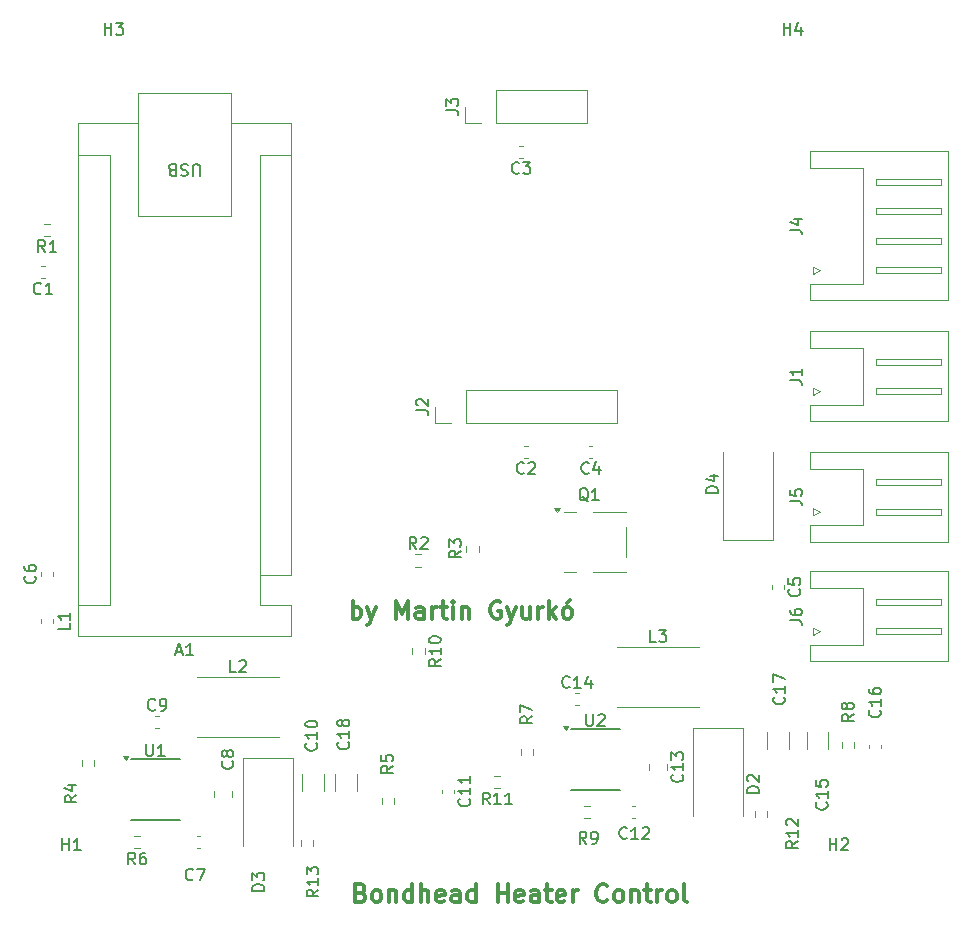
<source format=gbr>
%TF.GenerationSoftware,KiCad,Pcbnew,9.99.0-1132-g883a1f8d97*%
%TF.CreationDate,2025-07-04T12:47:25+02:00*%
%TF.ProjectId,BondheadSteering,426f6e64-6865-4616-9453-74656572696e,1*%
%TF.SameCoordinates,Original*%
%TF.FileFunction,Legend,Top*%
%TF.FilePolarity,Positive*%
%FSLAX46Y46*%
G04 Gerber Fmt 4.6, Leading zero omitted, Abs format (unit mm)*
G04 Created by KiCad (PCBNEW 9.99.0-1132-g883a1f8d97) date 2025-07-04 12:47:25*
%MOMM*%
%LPD*%
G01*
G04 APERTURE LIST*
%ADD10C,0.300000*%
%ADD11C,0.150000*%
%ADD12C,0.120000*%
G04 APERTURE END LIST*
D10*
X114554510Y-121136514D02*
X114768796Y-121207942D01*
X114768796Y-121207942D02*
X114840225Y-121279371D01*
X114840225Y-121279371D02*
X114911653Y-121422228D01*
X114911653Y-121422228D02*
X114911653Y-121636514D01*
X114911653Y-121636514D02*
X114840225Y-121779371D01*
X114840225Y-121779371D02*
X114768796Y-121850800D01*
X114768796Y-121850800D02*
X114625939Y-121922228D01*
X114625939Y-121922228D02*
X114054510Y-121922228D01*
X114054510Y-121922228D02*
X114054510Y-120422228D01*
X114054510Y-120422228D02*
X114554510Y-120422228D01*
X114554510Y-120422228D02*
X114697368Y-120493657D01*
X114697368Y-120493657D02*
X114768796Y-120565085D01*
X114768796Y-120565085D02*
X114840225Y-120707942D01*
X114840225Y-120707942D02*
X114840225Y-120850800D01*
X114840225Y-120850800D02*
X114768796Y-120993657D01*
X114768796Y-120993657D02*
X114697368Y-121065085D01*
X114697368Y-121065085D02*
X114554510Y-121136514D01*
X114554510Y-121136514D02*
X114054510Y-121136514D01*
X115768796Y-121922228D02*
X115625939Y-121850800D01*
X115625939Y-121850800D02*
X115554510Y-121779371D01*
X115554510Y-121779371D02*
X115483082Y-121636514D01*
X115483082Y-121636514D02*
X115483082Y-121207942D01*
X115483082Y-121207942D02*
X115554510Y-121065085D01*
X115554510Y-121065085D02*
X115625939Y-120993657D01*
X115625939Y-120993657D02*
X115768796Y-120922228D01*
X115768796Y-120922228D02*
X115983082Y-120922228D01*
X115983082Y-120922228D02*
X116125939Y-120993657D01*
X116125939Y-120993657D02*
X116197368Y-121065085D01*
X116197368Y-121065085D02*
X116268796Y-121207942D01*
X116268796Y-121207942D02*
X116268796Y-121636514D01*
X116268796Y-121636514D02*
X116197368Y-121779371D01*
X116197368Y-121779371D02*
X116125939Y-121850800D01*
X116125939Y-121850800D02*
X115983082Y-121922228D01*
X115983082Y-121922228D02*
X115768796Y-121922228D01*
X116911653Y-120922228D02*
X116911653Y-121922228D01*
X116911653Y-121065085D02*
X116983082Y-120993657D01*
X116983082Y-120993657D02*
X117125939Y-120922228D01*
X117125939Y-120922228D02*
X117340225Y-120922228D01*
X117340225Y-120922228D02*
X117483082Y-120993657D01*
X117483082Y-120993657D02*
X117554511Y-121136514D01*
X117554511Y-121136514D02*
X117554511Y-121922228D01*
X118911654Y-121922228D02*
X118911654Y-120422228D01*
X118911654Y-121850800D02*
X118768796Y-121922228D01*
X118768796Y-121922228D02*
X118483082Y-121922228D01*
X118483082Y-121922228D02*
X118340225Y-121850800D01*
X118340225Y-121850800D02*
X118268796Y-121779371D01*
X118268796Y-121779371D02*
X118197368Y-121636514D01*
X118197368Y-121636514D02*
X118197368Y-121207942D01*
X118197368Y-121207942D02*
X118268796Y-121065085D01*
X118268796Y-121065085D02*
X118340225Y-120993657D01*
X118340225Y-120993657D02*
X118483082Y-120922228D01*
X118483082Y-120922228D02*
X118768796Y-120922228D01*
X118768796Y-120922228D02*
X118911654Y-120993657D01*
X119625939Y-121922228D02*
X119625939Y-120422228D01*
X120268797Y-121922228D02*
X120268797Y-121136514D01*
X120268797Y-121136514D02*
X120197368Y-120993657D01*
X120197368Y-120993657D02*
X120054511Y-120922228D01*
X120054511Y-120922228D02*
X119840225Y-120922228D01*
X119840225Y-120922228D02*
X119697368Y-120993657D01*
X119697368Y-120993657D02*
X119625939Y-121065085D01*
X121554511Y-121850800D02*
X121411654Y-121922228D01*
X121411654Y-121922228D02*
X121125940Y-121922228D01*
X121125940Y-121922228D02*
X120983082Y-121850800D01*
X120983082Y-121850800D02*
X120911654Y-121707942D01*
X120911654Y-121707942D02*
X120911654Y-121136514D01*
X120911654Y-121136514D02*
X120983082Y-120993657D01*
X120983082Y-120993657D02*
X121125940Y-120922228D01*
X121125940Y-120922228D02*
X121411654Y-120922228D01*
X121411654Y-120922228D02*
X121554511Y-120993657D01*
X121554511Y-120993657D02*
X121625940Y-121136514D01*
X121625940Y-121136514D02*
X121625940Y-121279371D01*
X121625940Y-121279371D02*
X120911654Y-121422228D01*
X122911654Y-121922228D02*
X122911654Y-121136514D01*
X122911654Y-121136514D02*
X122840225Y-120993657D01*
X122840225Y-120993657D02*
X122697368Y-120922228D01*
X122697368Y-120922228D02*
X122411654Y-120922228D01*
X122411654Y-120922228D02*
X122268796Y-120993657D01*
X122911654Y-121850800D02*
X122768796Y-121922228D01*
X122768796Y-121922228D02*
X122411654Y-121922228D01*
X122411654Y-121922228D02*
X122268796Y-121850800D01*
X122268796Y-121850800D02*
X122197368Y-121707942D01*
X122197368Y-121707942D02*
X122197368Y-121565085D01*
X122197368Y-121565085D02*
X122268796Y-121422228D01*
X122268796Y-121422228D02*
X122411654Y-121350800D01*
X122411654Y-121350800D02*
X122768796Y-121350800D01*
X122768796Y-121350800D02*
X122911654Y-121279371D01*
X124268797Y-121922228D02*
X124268797Y-120422228D01*
X124268797Y-121850800D02*
X124125939Y-121922228D01*
X124125939Y-121922228D02*
X123840225Y-121922228D01*
X123840225Y-121922228D02*
X123697368Y-121850800D01*
X123697368Y-121850800D02*
X123625939Y-121779371D01*
X123625939Y-121779371D02*
X123554511Y-121636514D01*
X123554511Y-121636514D02*
X123554511Y-121207942D01*
X123554511Y-121207942D02*
X123625939Y-121065085D01*
X123625939Y-121065085D02*
X123697368Y-120993657D01*
X123697368Y-120993657D02*
X123840225Y-120922228D01*
X123840225Y-120922228D02*
X124125939Y-120922228D01*
X124125939Y-120922228D02*
X124268797Y-120993657D01*
X126125939Y-121922228D02*
X126125939Y-120422228D01*
X126125939Y-121136514D02*
X126983082Y-121136514D01*
X126983082Y-121922228D02*
X126983082Y-120422228D01*
X128268797Y-121850800D02*
X128125940Y-121922228D01*
X128125940Y-121922228D02*
X127840226Y-121922228D01*
X127840226Y-121922228D02*
X127697368Y-121850800D01*
X127697368Y-121850800D02*
X127625940Y-121707942D01*
X127625940Y-121707942D02*
X127625940Y-121136514D01*
X127625940Y-121136514D02*
X127697368Y-120993657D01*
X127697368Y-120993657D02*
X127840226Y-120922228D01*
X127840226Y-120922228D02*
X128125940Y-120922228D01*
X128125940Y-120922228D02*
X128268797Y-120993657D01*
X128268797Y-120993657D02*
X128340226Y-121136514D01*
X128340226Y-121136514D02*
X128340226Y-121279371D01*
X128340226Y-121279371D02*
X127625940Y-121422228D01*
X129625940Y-121922228D02*
X129625940Y-121136514D01*
X129625940Y-121136514D02*
X129554511Y-120993657D01*
X129554511Y-120993657D02*
X129411654Y-120922228D01*
X129411654Y-120922228D02*
X129125940Y-120922228D01*
X129125940Y-120922228D02*
X128983082Y-120993657D01*
X129625940Y-121850800D02*
X129483082Y-121922228D01*
X129483082Y-121922228D02*
X129125940Y-121922228D01*
X129125940Y-121922228D02*
X128983082Y-121850800D01*
X128983082Y-121850800D02*
X128911654Y-121707942D01*
X128911654Y-121707942D02*
X128911654Y-121565085D01*
X128911654Y-121565085D02*
X128983082Y-121422228D01*
X128983082Y-121422228D02*
X129125940Y-121350800D01*
X129125940Y-121350800D02*
X129483082Y-121350800D01*
X129483082Y-121350800D02*
X129625940Y-121279371D01*
X130125940Y-120922228D02*
X130697368Y-120922228D01*
X130340225Y-120422228D02*
X130340225Y-121707942D01*
X130340225Y-121707942D02*
X130411654Y-121850800D01*
X130411654Y-121850800D02*
X130554511Y-121922228D01*
X130554511Y-121922228D02*
X130697368Y-121922228D01*
X131768797Y-121850800D02*
X131625940Y-121922228D01*
X131625940Y-121922228D02*
X131340226Y-121922228D01*
X131340226Y-121922228D02*
X131197368Y-121850800D01*
X131197368Y-121850800D02*
X131125940Y-121707942D01*
X131125940Y-121707942D02*
X131125940Y-121136514D01*
X131125940Y-121136514D02*
X131197368Y-120993657D01*
X131197368Y-120993657D02*
X131340226Y-120922228D01*
X131340226Y-120922228D02*
X131625940Y-120922228D01*
X131625940Y-120922228D02*
X131768797Y-120993657D01*
X131768797Y-120993657D02*
X131840226Y-121136514D01*
X131840226Y-121136514D02*
X131840226Y-121279371D01*
X131840226Y-121279371D02*
X131125940Y-121422228D01*
X132483082Y-121922228D02*
X132483082Y-120922228D01*
X132483082Y-121207942D02*
X132554511Y-121065085D01*
X132554511Y-121065085D02*
X132625940Y-120993657D01*
X132625940Y-120993657D02*
X132768797Y-120922228D01*
X132768797Y-120922228D02*
X132911654Y-120922228D01*
X135411653Y-121779371D02*
X135340225Y-121850800D01*
X135340225Y-121850800D02*
X135125939Y-121922228D01*
X135125939Y-121922228D02*
X134983082Y-121922228D01*
X134983082Y-121922228D02*
X134768796Y-121850800D01*
X134768796Y-121850800D02*
X134625939Y-121707942D01*
X134625939Y-121707942D02*
X134554510Y-121565085D01*
X134554510Y-121565085D02*
X134483082Y-121279371D01*
X134483082Y-121279371D02*
X134483082Y-121065085D01*
X134483082Y-121065085D02*
X134554510Y-120779371D01*
X134554510Y-120779371D02*
X134625939Y-120636514D01*
X134625939Y-120636514D02*
X134768796Y-120493657D01*
X134768796Y-120493657D02*
X134983082Y-120422228D01*
X134983082Y-120422228D02*
X135125939Y-120422228D01*
X135125939Y-120422228D02*
X135340225Y-120493657D01*
X135340225Y-120493657D02*
X135411653Y-120565085D01*
X136268796Y-121922228D02*
X136125939Y-121850800D01*
X136125939Y-121850800D02*
X136054510Y-121779371D01*
X136054510Y-121779371D02*
X135983082Y-121636514D01*
X135983082Y-121636514D02*
X135983082Y-121207942D01*
X135983082Y-121207942D02*
X136054510Y-121065085D01*
X136054510Y-121065085D02*
X136125939Y-120993657D01*
X136125939Y-120993657D02*
X136268796Y-120922228D01*
X136268796Y-120922228D02*
X136483082Y-120922228D01*
X136483082Y-120922228D02*
X136625939Y-120993657D01*
X136625939Y-120993657D02*
X136697368Y-121065085D01*
X136697368Y-121065085D02*
X136768796Y-121207942D01*
X136768796Y-121207942D02*
X136768796Y-121636514D01*
X136768796Y-121636514D02*
X136697368Y-121779371D01*
X136697368Y-121779371D02*
X136625939Y-121850800D01*
X136625939Y-121850800D02*
X136483082Y-121922228D01*
X136483082Y-121922228D02*
X136268796Y-121922228D01*
X137411653Y-120922228D02*
X137411653Y-121922228D01*
X137411653Y-121065085D02*
X137483082Y-120993657D01*
X137483082Y-120993657D02*
X137625939Y-120922228D01*
X137625939Y-120922228D02*
X137840225Y-120922228D01*
X137840225Y-120922228D02*
X137983082Y-120993657D01*
X137983082Y-120993657D02*
X138054511Y-121136514D01*
X138054511Y-121136514D02*
X138054511Y-121922228D01*
X138554511Y-120922228D02*
X139125939Y-120922228D01*
X138768796Y-120422228D02*
X138768796Y-121707942D01*
X138768796Y-121707942D02*
X138840225Y-121850800D01*
X138840225Y-121850800D02*
X138983082Y-121922228D01*
X138983082Y-121922228D02*
X139125939Y-121922228D01*
X139625939Y-121922228D02*
X139625939Y-120922228D01*
X139625939Y-121207942D02*
X139697368Y-121065085D01*
X139697368Y-121065085D02*
X139768797Y-120993657D01*
X139768797Y-120993657D02*
X139911654Y-120922228D01*
X139911654Y-120922228D02*
X140054511Y-120922228D01*
X140768796Y-121922228D02*
X140625939Y-121850800D01*
X140625939Y-121850800D02*
X140554510Y-121779371D01*
X140554510Y-121779371D02*
X140483082Y-121636514D01*
X140483082Y-121636514D02*
X140483082Y-121207942D01*
X140483082Y-121207942D02*
X140554510Y-121065085D01*
X140554510Y-121065085D02*
X140625939Y-120993657D01*
X140625939Y-120993657D02*
X140768796Y-120922228D01*
X140768796Y-120922228D02*
X140983082Y-120922228D01*
X140983082Y-120922228D02*
X141125939Y-120993657D01*
X141125939Y-120993657D02*
X141197368Y-121065085D01*
X141197368Y-121065085D02*
X141268796Y-121207942D01*
X141268796Y-121207942D02*
X141268796Y-121636514D01*
X141268796Y-121636514D02*
X141197368Y-121779371D01*
X141197368Y-121779371D02*
X141125939Y-121850800D01*
X141125939Y-121850800D02*
X140983082Y-121922228D01*
X140983082Y-121922228D02*
X140768796Y-121922228D01*
X142125939Y-121922228D02*
X141983082Y-121850800D01*
X141983082Y-121850800D02*
X141911653Y-121707942D01*
X141911653Y-121707942D02*
X141911653Y-120422228D01*
X113854510Y-97922228D02*
X113854510Y-96422228D01*
X113854510Y-96993657D02*
X113997368Y-96922228D01*
X113997368Y-96922228D02*
X114283082Y-96922228D01*
X114283082Y-96922228D02*
X114425939Y-96993657D01*
X114425939Y-96993657D02*
X114497368Y-97065085D01*
X114497368Y-97065085D02*
X114568796Y-97207942D01*
X114568796Y-97207942D02*
X114568796Y-97636514D01*
X114568796Y-97636514D02*
X114497368Y-97779371D01*
X114497368Y-97779371D02*
X114425939Y-97850800D01*
X114425939Y-97850800D02*
X114283082Y-97922228D01*
X114283082Y-97922228D02*
X113997368Y-97922228D01*
X113997368Y-97922228D02*
X113854510Y-97850800D01*
X115068796Y-96922228D02*
X115425939Y-97922228D01*
X115783082Y-96922228D02*
X115425939Y-97922228D01*
X115425939Y-97922228D02*
X115283082Y-98279371D01*
X115283082Y-98279371D02*
X115211653Y-98350800D01*
X115211653Y-98350800D02*
X115068796Y-98422228D01*
X117497367Y-97922228D02*
X117497367Y-96422228D01*
X117497367Y-96422228D02*
X117997367Y-97493657D01*
X117997367Y-97493657D02*
X118497367Y-96422228D01*
X118497367Y-96422228D02*
X118497367Y-97922228D01*
X119854511Y-97922228D02*
X119854511Y-97136514D01*
X119854511Y-97136514D02*
X119783082Y-96993657D01*
X119783082Y-96993657D02*
X119640225Y-96922228D01*
X119640225Y-96922228D02*
X119354511Y-96922228D01*
X119354511Y-96922228D02*
X119211653Y-96993657D01*
X119854511Y-97850800D02*
X119711653Y-97922228D01*
X119711653Y-97922228D02*
X119354511Y-97922228D01*
X119354511Y-97922228D02*
X119211653Y-97850800D01*
X119211653Y-97850800D02*
X119140225Y-97707942D01*
X119140225Y-97707942D02*
X119140225Y-97565085D01*
X119140225Y-97565085D02*
X119211653Y-97422228D01*
X119211653Y-97422228D02*
X119354511Y-97350800D01*
X119354511Y-97350800D02*
X119711653Y-97350800D01*
X119711653Y-97350800D02*
X119854511Y-97279371D01*
X120568796Y-97922228D02*
X120568796Y-96922228D01*
X120568796Y-97207942D02*
X120640225Y-97065085D01*
X120640225Y-97065085D02*
X120711654Y-96993657D01*
X120711654Y-96993657D02*
X120854511Y-96922228D01*
X120854511Y-96922228D02*
X120997368Y-96922228D01*
X121283082Y-96922228D02*
X121854510Y-96922228D01*
X121497367Y-96422228D02*
X121497367Y-97707942D01*
X121497367Y-97707942D02*
X121568796Y-97850800D01*
X121568796Y-97850800D02*
X121711653Y-97922228D01*
X121711653Y-97922228D02*
X121854510Y-97922228D01*
X122354510Y-97922228D02*
X122354510Y-96922228D01*
X122354510Y-96422228D02*
X122283082Y-96493657D01*
X122283082Y-96493657D02*
X122354510Y-96565085D01*
X122354510Y-96565085D02*
X122425939Y-96493657D01*
X122425939Y-96493657D02*
X122354510Y-96422228D01*
X122354510Y-96422228D02*
X122354510Y-96565085D01*
X123068796Y-96922228D02*
X123068796Y-97922228D01*
X123068796Y-97065085D02*
X123140225Y-96993657D01*
X123140225Y-96993657D02*
X123283082Y-96922228D01*
X123283082Y-96922228D02*
X123497368Y-96922228D01*
X123497368Y-96922228D02*
X123640225Y-96993657D01*
X123640225Y-96993657D02*
X123711654Y-97136514D01*
X123711654Y-97136514D02*
X123711654Y-97922228D01*
X126354511Y-96493657D02*
X126211654Y-96422228D01*
X126211654Y-96422228D02*
X125997368Y-96422228D01*
X125997368Y-96422228D02*
X125783082Y-96493657D01*
X125783082Y-96493657D02*
X125640225Y-96636514D01*
X125640225Y-96636514D02*
X125568796Y-96779371D01*
X125568796Y-96779371D02*
X125497368Y-97065085D01*
X125497368Y-97065085D02*
X125497368Y-97279371D01*
X125497368Y-97279371D02*
X125568796Y-97565085D01*
X125568796Y-97565085D02*
X125640225Y-97707942D01*
X125640225Y-97707942D02*
X125783082Y-97850800D01*
X125783082Y-97850800D02*
X125997368Y-97922228D01*
X125997368Y-97922228D02*
X126140225Y-97922228D01*
X126140225Y-97922228D02*
X126354511Y-97850800D01*
X126354511Y-97850800D02*
X126425939Y-97779371D01*
X126425939Y-97779371D02*
X126425939Y-97279371D01*
X126425939Y-97279371D02*
X126140225Y-97279371D01*
X126925939Y-96922228D02*
X127283082Y-97922228D01*
X127640225Y-96922228D02*
X127283082Y-97922228D01*
X127283082Y-97922228D02*
X127140225Y-98279371D01*
X127140225Y-98279371D02*
X127068796Y-98350800D01*
X127068796Y-98350800D02*
X126925939Y-98422228D01*
X128854511Y-96922228D02*
X128854511Y-97922228D01*
X128211653Y-96922228D02*
X128211653Y-97707942D01*
X128211653Y-97707942D02*
X128283082Y-97850800D01*
X128283082Y-97850800D02*
X128425939Y-97922228D01*
X128425939Y-97922228D02*
X128640225Y-97922228D01*
X128640225Y-97922228D02*
X128783082Y-97850800D01*
X128783082Y-97850800D02*
X128854511Y-97779371D01*
X129568796Y-97922228D02*
X129568796Y-96922228D01*
X129568796Y-97207942D02*
X129640225Y-97065085D01*
X129640225Y-97065085D02*
X129711654Y-96993657D01*
X129711654Y-96993657D02*
X129854511Y-96922228D01*
X129854511Y-96922228D02*
X129997368Y-96922228D01*
X130497367Y-97922228D02*
X130497367Y-96422228D01*
X130640225Y-97350800D02*
X131068796Y-97922228D01*
X131068796Y-96922228D02*
X130497367Y-97493657D01*
X131925939Y-97922228D02*
X131783082Y-97850800D01*
X131783082Y-97850800D02*
X131711653Y-97779371D01*
X131711653Y-97779371D02*
X131640225Y-97636514D01*
X131640225Y-97636514D02*
X131640225Y-97207942D01*
X131640225Y-97207942D02*
X131711653Y-97065085D01*
X131711653Y-97065085D02*
X131783082Y-96993657D01*
X131783082Y-96993657D02*
X131925939Y-96922228D01*
X131925939Y-96922228D02*
X132140225Y-96922228D01*
X132140225Y-96922228D02*
X132283082Y-96993657D01*
X132283082Y-96993657D02*
X132354511Y-97065085D01*
X132354511Y-97065085D02*
X132425939Y-97207942D01*
X132425939Y-97207942D02*
X132425939Y-97636514D01*
X132425939Y-97636514D02*
X132354511Y-97779371D01*
X132354511Y-97779371D02*
X132283082Y-97850800D01*
X132283082Y-97850800D02*
X132140225Y-97922228D01*
X132140225Y-97922228D02*
X131925939Y-97922228D01*
X132211653Y-96350800D02*
X131997368Y-96565085D01*
D11*
X139533333Y-99874819D02*
X139057143Y-99874819D01*
X139057143Y-99874819D02*
X139057143Y-98874819D01*
X139771429Y-98874819D02*
X140390476Y-98874819D01*
X140390476Y-98874819D02*
X140057143Y-99255771D01*
X140057143Y-99255771D02*
X140200000Y-99255771D01*
X140200000Y-99255771D02*
X140295238Y-99303390D01*
X140295238Y-99303390D02*
X140342857Y-99351009D01*
X140342857Y-99351009D02*
X140390476Y-99446247D01*
X140390476Y-99446247D02*
X140390476Y-99684342D01*
X140390476Y-99684342D02*
X140342857Y-99779580D01*
X140342857Y-99779580D02*
X140295238Y-99827200D01*
X140295238Y-99827200D02*
X140200000Y-99874819D01*
X140200000Y-99874819D02*
X139914286Y-99874819D01*
X139914286Y-99874819D02*
X139819048Y-99827200D01*
X139819048Y-99827200D02*
X139771429Y-99779580D01*
X123709580Y-113177857D02*
X123757200Y-113225476D01*
X123757200Y-113225476D02*
X123804819Y-113368333D01*
X123804819Y-113368333D02*
X123804819Y-113463571D01*
X123804819Y-113463571D02*
X123757200Y-113606428D01*
X123757200Y-113606428D02*
X123661961Y-113701666D01*
X123661961Y-113701666D02*
X123566723Y-113749285D01*
X123566723Y-113749285D02*
X123376247Y-113796904D01*
X123376247Y-113796904D02*
X123233390Y-113796904D01*
X123233390Y-113796904D02*
X123042914Y-113749285D01*
X123042914Y-113749285D02*
X122947676Y-113701666D01*
X122947676Y-113701666D02*
X122852438Y-113606428D01*
X122852438Y-113606428D02*
X122804819Y-113463571D01*
X122804819Y-113463571D02*
X122804819Y-113368333D01*
X122804819Y-113368333D02*
X122852438Y-113225476D01*
X122852438Y-113225476D02*
X122900057Y-113177857D01*
X123804819Y-112225476D02*
X123804819Y-112796904D01*
X123804819Y-112511190D02*
X122804819Y-112511190D01*
X122804819Y-112511190D02*
X122947676Y-112606428D01*
X122947676Y-112606428D02*
X123042914Y-112701666D01*
X123042914Y-112701666D02*
X123090533Y-112796904D01*
X123804819Y-111273095D02*
X123804819Y-111844523D01*
X123804819Y-111558809D02*
X122804819Y-111558809D01*
X122804819Y-111558809D02*
X122947676Y-111654047D01*
X122947676Y-111654047D02*
X123042914Y-111749285D01*
X123042914Y-111749285D02*
X123090533Y-111844523D01*
X119243643Y-80293289D02*
X119957928Y-80293289D01*
X119957928Y-80293289D02*
X120100785Y-80340908D01*
X120100785Y-80340908D02*
X120196024Y-80436146D01*
X120196024Y-80436146D02*
X120243643Y-80579003D01*
X120243643Y-80579003D02*
X120243643Y-80674241D01*
X119338881Y-79864717D02*
X119291262Y-79817098D01*
X119291262Y-79817098D02*
X119243643Y-79721860D01*
X119243643Y-79721860D02*
X119243643Y-79483765D01*
X119243643Y-79483765D02*
X119291262Y-79388527D01*
X119291262Y-79388527D02*
X119338881Y-79340908D01*
X119338881Y-79340908D02*
X119434119Y-79293289D01*
X119434119Y-79293289D02*
X119529357Y-79293289D01*
X119529357Y-79293289D02*
X119672214Y-79340908D01*
X119672214Y-79340908D02*
X120243643Y-79912336D01*
X120243643Y-79912336D02*
X120243643Y-79293289D01*
X98905714Y-100709104D02*
X99381904Y-100709104D01*
X98810476Y-100994819D02*
X99143809Y-99994819D01*
X99143809Y-99994819D02*
X99477142Y-100994819D01*
X100334285Y-100994819D02*
X99762857Y-100994819D01*
X100048571Y-100994819D02*
X100048571Y-99994819D01*
X100048571Y-99994819D02*
X99953333Y-100137676D01*
X99953333Y-100137676D02*
X99858095Y-100232914D01*
X99858095Y-100232914D02*
X99762857Y-100280533D01*
X100881904Y-60445180D02*
X100881904Y-59635657D01*
X100881904Y-59635657D02*
X100834285Y-59540419D01*
X100834285Y-59540419D02*
X100786666Y-59492800D01*
X100786666Y-59492800D02*
X100691428Y-59445180D01*
X100691428Y-59445180D02*
X100500952Y-59445180D01*
X100500952Y-59445180D02*
X100405714Y-59492800D01*
X100405714Y-59492800D02*
X100358095Y-59540419D01*
X100358095Y-59540419D02*
X100310476Y-59635657D01*
X100310476Y-59635657D02*
X100310476Y-60445180D01*
X99881904Y-59492800D02*
X99739047Y-59445180D01*
X99739047Y-59445180D02*
X99500952Y-59445180D01*
X99500952Y-59445180D02*
X99405714Y-59492800D01*
X99405714Y-59492800D02*
X99358095Y-59540419D01*
X99358095Y-59540419D02*
X99310476Y-59635657D01*
X99310476Y-59635657D02*
X99310476Y-59730895D01*
X99310476Y-59730895D02*
X99358095Y-59826133D01*
X99358095Y-59826133D02*
X99405714Y-59873752D01*
X99405714Y-59873752D02*
X99500952Y-59921371D01*
X99500952Y-59921371D02*
X99691428Y-59968990D01*
X99691428Y-59968990D02*
X99786666Y-60016609D01*
X99786666Y-60016609D02*
X99834285Y-60064228D01*
X99834285Y-60064228D02*
X99881904Y-60159466D01*
X99881904Y-60159466D02*
X99881904Y-60254704D01*
X99881904Y-60254704D02*
X99834285Y-60349942D01*
X99834285Y-60349942D02*
X99786666Y-60397561D01*
X99786666Y-60397561D02*
X99691428Y-60445180D01*
X99691428Y-60445180D02*
X99453333Y-60445180D01*
X99453333Y-60445180D02*
X99310476Y-60397561D01*
X98548571Y-59968990D02*
X98405714Y-59921371D01*
X98405714Y-59921371D02*
X98358095Y-59873752D01*
X98358095Y-59873752D02*
X98310476Y-59778514D01*
X98310476Y-59778514D02*
X98310476Y-59635657D01*
X98310476Y-59635657D02*
X98358095Y-59540419D01*
X98358095Y-59540419D02*
X98405714Y-59492800D01*
X98405714Y-59492800D02*
X98500952Y-59445180D01*
X98500952Y-59445180D02*
X98881904Y-59445180D01*
X98881904Y-59445180D02*
X98881904Y-60445180D01*
X98881904Y-60445180D02*
X98548571Y-60445180D01*
X98548571Y-60445180D02*
X98453333Y-60397561D01*
X98453333Y-60397561D02*
X98405714Y-60349942D01*
X98405714Y-60349942D02*
X98358095Y-60254704D01*
X98358095Y-60254704D02*
X98358095Y-60159466D01*
X98358095Y-60159466D02*
X98405714Y-60064228D01*
X98405714Y-60064228D02*
X98453333Y-60016609D01*
X98453333Y-60016609D02*
X98548571Y-59968990D01*
X98548571Y-59968990D02*
X98881904Y-59968990D01*
X148234819Y-112658094D02*
X147234819Y-112658094D01*
X147234819Y-112658094D02*
X147234819Y-112419999D01*
X147234819Y-112419999D02*
X147282438Y-112277142D01*
X147282438Y-112277142D02*
X147377676Y-112181904D01*
X147377676Y-112181904D02*
X147472914Y-112134285D01*
X147472914Y-112134285D02*
X147663390Y-112086666D01*
X147663390Y-112086666D02*
X147806247Y-112086666D01*
X147806247Y-112086666D02*
X147996723Y-112134285D01*
X147996723Y-112134285D02*
X148091961Y-112181904D01*
X148091961Y-112181904D02*
X148187200Y-112277142D01*
X148187200Y-112277142D02*
X148234819Y-112419999D01*
X148234819Y-112419999D02*
X148234819Y-112658094D01*
X147330057Y-111705713D02*
X147282438Y-111658094D01*
X147282438Y-111658094D02*
X147234819Y-111562856D01*
X147234819Y-111562856D02*
X147234819Y-111324761D01*
X147234819Y-111324761D02*
X147282438Y-111229523D01*
X147282438Y-111229523D02*
X147330057Y-111181904D01*
X147330057Y-111181904D02*
X147425295Y-111134285D01*
X147425295Y-111134285D02*
X147520533Y-111134285D01*
X147520533Y-111134285D02*
X147663390Y-111181904D01*
X147663390Y-111181904D02*
X148234819Y-111753332D01*
X148234819Y-111753332D02*
X148234819Y-111134285D01*
X90454819Y-112888066D02*
X89978628Y-113221399D01*
X90454819Y-113459494D02*
X89454819Y-113459494D01*
X89454819Y-113459494D02*
X89454819Y-113078542D01*
X89454819Y-113078542D02*
X89502438Y-112983304D01*
X89502438Y-112983304D02*
X89550057Y-112935685D01*
X89550057Y-112935685D02*
X89645295Y-112888066D01*
X89645295Y-112888066D02*
X89788152Y-112888066D01*
X89788152Y-112888066D02*
X89883390Y-112935685D01*
X89883390Y-112935685D02*
X89931009Y-112983304D01*
X89931009Y-112983304D02*
X89978628Y-113078542D01*
X89978628Y-113078542D02*
X89978628Y-113459494D01*
X89788152Y-112030923D02*
X90454819Y-112030923D01*
X89407200Y-112269018D02*
X90121485Y-112507113D01*
X90121485Y-112507113D02*
X90121485Y-111888066D01*
X100333333Y-119980980D02*
X100285714Y-120028600D01*
X100285714Y-120028600D02*
X100142857Y-120076219D01*
X100142857Y-120076219D02*
X100047619Y-120076219D01*
X100047619Y-120076219D02*
X99904762Y-120028600D01*
X99904762Y-120028600D02*
X99809524Y-119933361D01*
X99809524Y-119933361D02*
X99761905Y-119838123D01*
X99761905Y-119838123D02*
X99714286Y-119647647D01*
X99714286Y-119647647D02*
X99714286Y-119504790D01*
X99714286Y-119504790D02*
X99761905Y-119314314D01*
X99761905Y-119314314D02*
X99809524Y-119219076D01*
X99809524Y-119219076D02*
X99904762Y-119123838D01*
X99904762Y-119123838D02*
X100047619Y-119076219D01*
X100047619Y-119076219D02*
X100142857Y-119076219D01*
X100142857Y-119076219D02*
X100285714Y-119123838D01*
X100285714Y-119123838D02*
X100333333Y-119171457D01*
X100666667Y-119076219D02*
X101333333Y-119076219D01*
X101333333Y-119076219D02*
X100904762Y-120076219D01*
X103659580Y-109988066D02*
X103707200Y-110035685D01*
X103707200Y-110035685D02*
X103754819Y-110178542D01*
X103754819Y-110178542D02*
X103754819Y-110273780D01*
X103754819Y-110273780D02*
X103707200Y-110416637D01*
X103707200Y-110416637D02*
X103611961Y-110511875D01*
X103611961Y-110511875D02*
X103516723Y-110559494D01*
X103516723Y-110559494D02*
X103326247Y-110607113D01*
X103326247Y-110607113D02*
X103183390Y-110607113D01*
X103183390Y-110607113D02*
X102992914Y-110559494D01*
X102992914Y-110559494D02*
X102897676Y-110511875D01*
X102897676Y-110511875D02*
X102802438Y-110416637D01*
X102802438Y-110416637D02*
X102754819Y-110273780D01*
X102754819Y-110273780D02*
X102754819Y-110178542D01*
X102754819Y-110178542D02*
X102802438Y-110035685D01*
X102802438Y-110035685D02*
X102850057Y-109988066D01*
X103183390Y-109416637D02*
X103135771Y-109511875D01*
X103135771Y-109511875D02*
X103088152Y-109559494D01*
X103088152Y-109559494D02*
X102992914Y-109607113D01*
X102992914Y-109607113D02*
X102945295Y-109607113D01*
X102945295Y-109607113D02*
X102850057Y-109559494D01*
X102850057Y-109559494D02*
X102802438Y-109511875D01*
X102802438Y-109511875D02*
X102754819Y-109416637D01*
X102754819Y-109416637D02*
X102754819Y-109226161D01*
X102754819Y-109226161D02*
X102802438Y-109130923D01*
X102802438Y-109130923D02*
X102850057Y-109083304D01*
X102850057Y-109083304D02*
X102945295Y-109035685D01*
X102945295Y-109035685D02*
X102992914Y-109035685D01*
X102992914Y-109035685D02*
X103088152Y-109083304D01*
X103088152Y-109083304D02*
X103135771Y-109130923D01*
X103135771Y-109130923D02*
X103183390Y-109226161D01*
X103183390Y-109226161D02*
X103183390Y-109416637D01*
X103183390Y-109416637D02*
X103231009Y-109511875D01*
X103231009Y-109511875D02*
X103278628Y-109559494D01*
X103278628Y-109559494D02*
X103373866Y-109607113D01*
X103373866Y-109607113D02*
X103564342Y-109607113D01*
X103564342Y-109607113D02*
X103659580Y-109559494D01*
X103659580Y-109559494D02*
X103707200Y-109511875D01*
X103707200Y-109511875D02*
X103754819Y-109416637D01*
X103754819Y-109416637D02*
X103754819Y-109226161D01*
X103754819Y-109226161D02*
X103707200Y-109130923D01*
X103707200Y-109130923D02*
X103659580Y-109083304D01*
X103659580Y-109083304D02*
X103564342Y-109035685D01*
X103564342Y-109035685D02*
X103373866Y-109035685D01*
X103373866Y-109035685D02*
X103278628Y-109083304D01*
X103278628Y-109083304D02*
X103231009Y-109130923D01*
X103231009Y-109130923D02*
X103183390Y-109226161D01*
X110954819Y-120864257D02*
X110478628Y-121197590D01*
X110954819Y-121435685D02*
X109954819Y-121435685D01*
X109954819Y-121435685D02*
X109954819Y-121054733D01*
X109954819Y-121054733D02*
X110002438Y-120959495D01*
X110002438Y-120959495D02*
X110050057Y-120911876D01*
X110050057Y-120911876D02*
X110145295Y-120864257D01*
X110145295Y-120864257D02*
X110288152Y-120864257D01*
X110288152Y-120864257D02*
X110383390Y-120911876D01*
X110383390Y-120911876D02*
X110431009Y-120959495D01*
X110431009Y-120959495D02*
X110478628Y-121054733D01*
X110478628Y-121054733D02*
X110478628Y-121435685D01*
X110954819Y-119911876D02*
X110954819Y-120483304D01*
X110954819Y-120197590D02*
X109954819Y-120197590D01*
X109954819Y-120197590D02*
X110097676Y-120292828D01*
X110097676Y-120292828D02*
X110192914Y-120388066D01*
X110192914Y-120388066D02*
X110240533Y-120483304D01*
X109954819Y-119578542D02*
X109954819Y-118959495D01*
X109954819Y-118959495D02*
X110335771Y-119292828D01*
X110335771Y-119292828D02*
X110335771Y-119149971D01*
X110335771Y-119149971D02*
X110383390Y-119054733D01*
X110383390Y-119054733D02*
X110431009Y-119007114D01*
X110431009Y-119007114D02*
X110526247Y-118959495D01*
X110526247Y-118959495D02*
X110764342Y-118959495D01*
X110764342Y-118959495D02*
X110859580Y-119007114D01*
X110859580Y-119007114D02*
X110907200Y-119054733D01*
X110907200Y-119054733D02*
X110954819Y-119149971D01*
X110954819Y-119149971D02*
X110954819Y-119435685D01*
X110954819Y-119435685D02*
X110907200Y-119530923D01*
X110907200Y-119530923D02*
X110859580Y-119578542D01*
X95440833Y-118724819D02*
X95107500Y-118248628D01*
X94869405Y-118724819D02*
X94869405Y-117724819D01*
X94869405Y-117724819D02*
X95250357Y-117724819D01*
X95250357Y-117724819D02*
X95345595Y-117772438D01*
X95345595Y-117772438D02*
X95393214Y-117820057D01*
X95393214Y-117820057D02*
X95440833Y-117915295D01*
X95440833Y-117915295D02*
X95440833Y-118058152D01*
X95440833Y-118058152D02*
X95393214Y-118153390D01*
X95393214Y-118153390D02*
X95345595Y-118201009D01*
X95345595Y-118201009D02*
X95250357Y-118248628D01*
X95250357Y-118248628D02*
X94869405Y-118248628D01*
X96297976Y-117724819D02*
X96107500Y-117724819D01*
X96107500Y-117724819D02*
X96012262Y-117772438D01*
X96012262Y-117772438D02*
X95964643Y-117820057D01*
X95964643Y-117820057D02*
X95869405Y-117962914D01*
X95869405Y-117962914D02*
X95821786Y-118153390D01*
X95821786Y-118153390D02*
X95821786Y-118534342D01*
X95821786Y-118534342D02*
X95869405Y-118629580D01*
X95869405Y-118629580D02*
X95917024Y-118677200D01*
X95917024Y-118677200D02*
X96012262Y-118724819D01*
X96012262Y-118724819D02*
X96202738Y-118724819D01*
X96202738Y-118724819D02*
X96297976Y-118677200D01*
X96297976Y-118677200D02*
X96345595Y-118629580D01*
X96345595Y-118629580D02*
X96393214Y-118534342D01*
X96393214Y-118534342D02*
X96393214Y-118296247D01*
X96393214Y-118296247D02*
X96345595Y-118201009D01*
X96345595Y-118201009D02*
X96297976Y-118153390D01*
X96297976Y-118153390D02*
X96202738Y-118105771D01*
X96202738Y-118105771D02*
X96012262Y-118105771D01*
X96012262Y-118105771D02*
X95917024Y-118153390D01*
X95917024Y-118153390D02*
X95869405Y-118201009D01*
X95869405Y-118201009D02*
X95821786Y-118296247D01*
X128352157Y-85559536D02*
X128304538Y-85607156D01*
X128304538Y-85607156D02*
X128161681Y-85654775D01*
X128161681Y-85654775D02*
X128066443Y-85654775D01*
X128066443Y-85654775D02*
X127923586Y-85607156D01*
X127923586Y-85607156D02*
X127828348Y-85511917D01*
X127828348Y-85511917D02*
X127780729Y-85416679D01*
X127780729Y-85416679D02*
X127733110Y-85226203D01*
X127733110Y-85226203D02*
X127733110Y-85083346D01*
X127733110Y-85083346D02*
X127780729Y-84892870D01*
X127780729Y-84892870D02*
X127828348Y-84797632D01*
X127828348Y-84797632D02*
X127923586Y-84702394D01*
X127923586Y-84702394D02*
X128066443Y-84654775D01*
X128066443Y-84654775D02*
X128161681Y-84654775D01*
X128161681Y-84654775D02*
X128304538Y-84702394D01*
X128304538Y-84702394D02*
X128352157Y-84750013D01*
X128733110Y-84750013D02*
X128780729Y-84702394D01*
X128780729Y-84702394D02*
X128875967Y-84654775D01*
X128875967Y-84654775D02*
X129114062Y-84654775D01*
X129114062Y-84654775D02*
X129209300Y-84702394D01*
X129209300Y-84702394D02*
X129256919Y-84750013D01*
X129256919Y-84750013D02*
X129304538Y-84845251D01*
X129304538Y-84845251D02*
X129304538Y-84940489D01*
X129304538Y-84940489D02*
X129256919Y-85083346D01*
X129256919Y-85083346D02*
X128685491Y-85654775D01*
X128685491Y-85654775D02*
X129304538Y-85654775D01*
X133633333Y-116976219D02*
X133300000Y-116500028D01*
X133061905Y-116976219D02*
X133061905Y-115976219D01*
X133061905Y-115976219D02*
X133442857Y-115976219D01*
X133442857Y-115976219D02*
X133538095Y-116023838D01*
X133538095Y-116023838D02*
X133585714Y-116071457D01*
X133585714Y-116071457D02*
X133633333Y-116166695D01*
X133633333Y-116166695D02*
X133633333Y-116309552D01*
X133633333Y-116309552D02*
X133585714Y-116404790D01*
X133585714Y-116404790D02*
X133538095Y-116452409D01*
X133538095Y-116452409D02*
X133442857Y-116500028D01*
X133442857Y-116500028D02*
X133061905Y-116500028D01*
X134109524Y-116976219D02*
X134300000Y-116976219D01*
X134300000Y-116976219D02*
X134395238Y-116928600D01*
X134395238Y-116928600D02*
X134442857Y-116880980D01*
X134442857Y-116880980D02*
X134538095Y-116738123D01*
X134538095Y-116738123D02*
X134585714Y-116547647D01*
X134585714Y-116547647D02*
X134585714Y-116166695D01*
X134585714Y-116166695D02*
X134538095Y-116071457D01*
X134538095Y-116071457D02*
X134490476Y-116023838D01*
X134490476Y-116023838D02*
X134395238Y-115976219D01*
X134395238Y-115976219D02*
X134204762Y-115976219D01*
X134204762Y-115976219D02*
X134109524Y-116023838D01*
X134109524Y-116023838D02*
X134061905Y-116071457D01*
X134061905Y-116071457D02*
X134014286Y-116166695D01*
X134014286Y-116166695D02*
X134014286Y-116404790D01*
X134014286Y-116404790D02*
X134061905Y-116500028D01*
X134061905Y-116500028D02*
X134109524Y-116547647D01*
X134109524Y-116547647D02*
X134204762Y-116595266D01*
X134204762Y-116595266D02*
X134395238Y-116595266D01*
X134395238Y-116595266D02*
X134490476Y-116547647D01*
X134490476Y-116547647D02*
X134538095Y-116500028D01*
X134538095Y-116500028D02*
X134585714Y-116404790D01*
X150884819Y-77743333D02*
X151599104Y-77743333D01*
X151599104Y-77743333D02*
X151741961Y-77790952D01*
X151741961Y-77790952D02*
X151837200Y-77886190D01*
X151837200Y-77886190D02*
X151884819Y-78029047D01*
X151884819Y-78029047D02*
X151884819Y-78124285D01*
X151884819Y-76743333D02*
X151884819Y-77314761D01*
X151884819Y-77029047D02*
X150884819Y-77029047D01*
X150884819Y-77029047D02*
X151027676Y-77124285D01*
X151027676Y-77124285D02*
X151122914Y-77219523D01*
X151122914Y-77219523D02*
X151170533Y-77314761D01*
X121297319Y-101330357D02*
X120821128Y-101663690D01*
X121297319Y-101901785D02*
X120297319Y-101901785D01*
X120297319Y-101901785D02*
X120297319Y-101520833D01*
X120297319Y-101520833D02*
X120344938Y-101425595D01*
X120344938Y-101425595D02*
X120392557Y-101377976D01*
X120392557Y-101377976D02*
X120487795Y-101330357D01*
X120487795Y-101330357D02*
X120630652Y-101330357D01*
X120630652Y-101330357D02*
X120725890Y-101377976D01*
X120725890Y-101377976D02*
X120773509Y-101425595D01*
X120773509Y-101425595D02*
X120821128Y-101520833D01*
X120821128Y-101520833D02*
X120821128Y-101901785D01*
X121297319Y-100377976D02*
X121297319Y-100949404D01*
X121297319Y-100663690D02*
X120297319Y-100663690D01*
X120297319Y-100663690D02*
X120440176Y-100758928D01*
X120440176Y-100758928D02*
X120535414Y-100854166D01*
X120535414Y-100854166D02*
X120583033Y-100949404D01*
X120297319Y-99758928D02*
X120297319Y-99663690D01*
X120297319Y-99663690D02*
X120344938Y-99568452D01*
X120344938Y-99568452D02*
X120392557Y-99520833D01*
X120392557Y-99520833D02*
X120487795Y-99473214D01*
X120487795Y-99473214D02*
X120678271Y-99425595D01*
X120678271Y-99425595D02*
X120916366Y-99425595D01*
X120916366Y-99425595D02*
X121106842Y-99473214D01*
X121106842Y-99473214D02*
X121202080Y-99520833D01*
X121202080Y-99520833D02*
X121249700Y-99568452D01*
X121249700Y-99568452D02*
X121297319Y-99663690D01*
X121297319Y-99663690D02*
X121297319Y-99758928D01*
X121297319Y-99758928D02*
X121249700Y-99854166D01*
X121249700Y-99854166D02*
X121202080Y-99901785D01*
X121202080Y-99901785D02*
X121106842Y-99949404D01*
X121106842Y-99949404D02*
X120916366Y-99997023D01*
X120916366Y-99997023D02*
X120678271Y-99997023D01*
X120678271Y-99997023D02*
X120487795Y-99949404D01*
X120487795Y-99949404D02*
X120392557Y-99901785D01*
X120392557Y-99901785D02*
X120344938Y-99854166D01*
X120344938Y-99854166D02*
X120297319Y-99758928D01*
X110759580Y-108464257D02*
X110807200Y-108511876D01*
X110807200Y-108511876D02*
X110854819Y-108654733D01*
X110854819Y-108654733D02*
X110854819Y-108749971D01*
X110854819Y-108749971D02*
X110807200Y-108892828D01*
X110807200Y-108892828D02*
X110711961Y-108988066D01*
X110711961Y-108988066D02*
X110616723Y-109035685D01*
X110616723Y-109035685D02*
X110426247Y-109083304D01*
X110426247Y-109083304D02*
X110283390Y-109083304D01*
X110283390Y-109083304D02*
X110092914Y-109035685D01*
X110092914Y-109035685D02*
X109997676Y-108988066D01*
X109997676Y-108988066D02*
X109902438Y-108892828D01*
X109902438Y-108892828D02*
X109854819Y-108749971D01*
X109854819Y-108749971D02*
X109854819Y-108654733D01*
X109854819Y-108654733D02*
X109902438Y-108511876D01*
X109902438Y-108511876D02*
X109950057Y-108464257D01*
X110854819Y-107511876D02*
X110854819Y-108083304D01*
X110854819Y-107797590D02*
X109854819Y-107797590D01*
X109854819Y-107797590D02*
X109997676Y-107892828D01*
X109997676Y-107892828D02*
X110092914Y-107988066D01*
X110092914Y-107988066D02*
X110140533Y-108083304D01*
X109854819Y-106892828D02*
X109854819Y-106797590D01*
X109854819Y-106797590D02*
X109902438Y-106702352D01*
X109902438Y-106702352D02*
X109950057Y-106654733D01*
X109950057Y-106654733D02*
X110045295Y-106607114D01*
X110045295Y-106607114D02*
X110235771Y-106559495D01*
X110235771Y-106559495D02*
X110473866Y-106559495D01*
X110473866Y-106559495D02*
X110664342Y-106607114D01*
X110664342Y-106607114D02*
X110759580Y-106654733D01*
X110759580Y-106654733D02*
X110807200Y-106702352D01*
X110807200Y-106702352D02*
X110854819Y-106797590D01*
X110854819Y-106797590D02*
X110854819Y-106892828D01*
X110854819Y-106892828D02*
X110807200Y-106988066D01*
X110807200Y-106988066D02*
X110759580Y-107035685D01*
X110759580Y-107035685D02*
X110664342Y-107083304D01*
X110664342Y-107083304D02*
X110473866Y-107130923D01*
X110473866Y-107130923D02*
X110235771Y-107130923D01*
X110235771Y-107130923D02*
X110045295Y-107083304D01*
X110045295Y-107083304D02*
X109950057Y-107035685D01*
X109950057Y-107035685D02*
X109902438Y-106988066D01*
X109902438Y-106988066D02*
X109854819Y-106892828D01*
X150884819Y-87943333D02*
X151599104Y-87943333D01*
X151599104Y-87943333D02*
X151741961Y-87990952D01*
X151741961Y-87990952D02*
X151837200Y-88086190D01*
X151837200Y-88086190D02*
X151884819Y-88229047D01*
X151884819Y-88229047D02*
X151884819Y-88324285D01*
X150884819Y-86990952D02*
X150884819Y-87467142D01*
X150884819Y-87467142D02*
X151361009Y-87514761D01*
X151361009Y-87514761D02*
X151313390Y-87467142D01*
X151313390Y-87467142D02*
X151265771Y-87371904D01*
X151265771Y-87371904D02*
X151265771Y-87133809D01*
X151265771Y-87133809D02*
X151313390Y-87038571D01*
X151313390Y-87038571D02*
X151361009Y-86990952D01*
X151361009Y-86990952D02*
X151456247Y-86943333D01*
X151456247Y-86943333D02*
X151694342Y-86943333D01*
X151694342Y-86943333D02*
X151789580Y-86990952D01*
X151789580Y-86990952D02*
X151837200Y-87038571D01*
X151837200Y-87038571D02*
X151884819Y-87133809D01*
X151884819Y-87133809D02*
X151884819Y-87371904D01*
X151884819Y-87371904D02*
X151837200Y-87467142D01*
X151837200Y-87467142D02*
X151789580Y-87514761D01*
X86929580Y-94304166D02*
X86977200Y-94351785D01*
X86977200Y-94351785D02*
X87024819Y-94494642D01*
X87024819Y-94494642D02*
X87024819Y-94589880D01*
X87024819Y-94589880D02*
X86977200Y-94732737D01*
X86977200Y-94732737D02*
X86881961Y-94827975D01*
X86881961Y-94827975D02*
X86786723Y-94875594D01*
X86786723Y-94875594D02*
X86596247Y-94923213D01*
X86596247Y-94923213D02*
X86453390Y-94923213D01*
X86453390Y-94923213D02*
X86262914Y-94875594D01*
X86262914Y-94875594D02*
X86167676Y-94827975D01*
X86167676Y-94827975D02*
X86072438Y-94732737D01*
X86072438Y-94732737D02*
X86024819Y-94589880D01*
X86024819Y-94589880D02*
X86024819Y-94494642D01*
X86024819Y-94494642D02*
X86072438Y-94351785D01*
X86072438Y-94351785D02*
X86120057Y-94304166D01*
X86024819Y-93447023D02*
X86024819Y-93637499D01*
X86024819Y-93637499D02*
X86072438Y-93732737D01*
X86072438Y-93732737D02*
X86120057Y-93780356D01*
X86120057Y-93780356D02*
X86262914Y-93875594D01*
X86262914Y-93875594D02*
X86453390Y-93923213D01*
X86453390Y-93923213D02*
X86834342Y-93923213D01*
X86834342Y-93923213D02*
X86929580Y-93875594D01*
X86929580Y-93875594D02*
X86977200Y-93827975D01*
X86977200Y-93827975D02*
X87024819Y-93732737D01*
X87024819Y-93732737D02*
X87024819Y-93542261D01*
X87024819Y-93542261D02*
X86977200Y-93447023D01*
X86977200Y-93447023D02*
X86929580Y-93399404D01*
X86929580Y-93399404D02*
X86834342Y-93351785D01*
X86834342Y-93351785D02*
X86596247Y-93351785D01*
X86596247Y-93351785D02*
X86501009Y-93399404D01*
X86501009Y-93399404D02*
X86453390Y-93447023D01*
X86453390Y-93447023D02*
X86405771Y-93542261D01*
X86405771Y-93542261D02*
X86405771Y-93732737D01*
X86405771Y-93732737D02*
X86453390Y-93827975D01*
X86453390Y-93827975D02*
X86501009Y-93875594D01*
X86501009Y-93875594D02*
X86596247Y-93923213D01*
X133618095Y-106009819D02*
X133618095Y-106819342D01*
X133618095Y-106819342D02*
X133665714Y-106914580D01*
X133665714Y-106914580D02*
X133713333Y-106962200D01*
X133713333Y-106962200D02*
X133808571Y-107009819D01*
X133808571Y-107009819D02*
X133999047Y-107009819D01*
X133999047Y-107009819D02*
X134094285Y-106962200D01*
X134094285Y-106962200D02*
X134141904Y-106914580D01*
X134141904Y-106914580D02*
X134189523Y-106819342D01*
X134189523Y-106819342D02*
X134189523Y-106009819D01*
X134618095Y-106105057D02*
X134665714Y-106057438D01*
X134665714Y-106057438D02*
X134760952Y-106009819D01*
X134760952Y-106009819D02*
X134999047Y-106009819D01*
X134999047Y-106009819D02*
X135094285Y-106057438D01*
X135094285Y-106057438D02*
X135141904Y-106105057D01*
X135141904Y-106105057D02*
X135189523Y-106200295D01*
X135189523Y-106200295D02*
X135189523Y-106295533D01*
X135189523Y-106295533D02*
X135141904Y-106438390D01*
X135141904Y-106438390D02*
X134570476Y-107009819D01*
X134570476Y-107009819D02*
X135189523Y-107009819D01*
X87820833Y-66884819D02*
X87487500Y-66408628D01*
X87249405Y-66884819D02*
X87249405Y-65884819D01*
X87249405Y-65884819D02*
X87630357Y-65884819D01*
X87630357Y-65884819D02*
X87725595Y-65932438D01*
X87725595Y-65932438D02*
X87773214Y-65980057D01*
X87773214Y-65980057D02*
X87820833Y-66075295D01*
X87820833Y-66075295D02*
X87820833Y-66218152D01*
X87820833Y-66218152D02*
X87773214Y-66313390D01*
X87773214Y-66313390D02*
X87725595Y-66361009D01*
X87725595Y-66361009D02*
X87630357Y-66408628D01*
X87630357Y-66408628D02*
X87249405Y-66408628D01*
X88773214Y-66884819D02*
X88201786Y-66884819D01*
X88487500Y-66884819D02*
X88487500Y-65884819D01*
X88487500Y-65884819D02*
X88392262Y-66027676D01*
X88392262Y-66027676D02*
X88297024Y-66122914D01*
X88297024Y-66122914D02*
X88201786Y-66170533D01*
X97128333Y-105609580D02*
X97080714Y-105657200D01*
X97080714Y-105657200D02*
X96937857Y-105704819D01*
X96937857Y-105704819D02*
X96842619Y-105704819D01*
X96842619Y-105704819D02*
X96699762Y-105657200D01*
X96699762Y-105657200D02*
X96604524Y-105561961D01*
X96604524Y-105561961D02*
X96556905Y-105466723D01*
X96556905Y-105466723D02*
X96509286Y-105276247D01*
X96509286Y-105276247D02*
X96509286Y-105133390D01*
X96509286Y-105133390D02*
X96556905Y-104942914D01*
X96556905Y-104942914D02*
X96604524Y-104847676D01*
X96604524Y-104847676D02*
X96699762Y-104752438D01*
X96699762Y-104752438D02*
X96842619Y-104704819D01*
X96842619Y-104704819D02*
X96937857Y-104704819D01*
X96937857Y-104704819D02*
X97080714Y-104752438D01*
X97080714Y-104752438D02*
X97128333Y-104800057D01*
X97604524Y-105704819D02*
X97795000Y-105704819D01*
X97795000Y-105704819D02*
X97890238Y-105657200D01*
X97890238Y-105657200D02*
X97937857Y-105609580D01*
X97937857Y-105609580D02*
X98033095Y-105466723D01*
X98033095Y-105466723D02*
X98080714Y-105276247D01*
X98080714Y-105276247D02*
X98080714Y-104895295D01*
X98080714Y-104895295D02*
X98033095Y-104800057D01*
X98033095Y-104800057D02*
X97985476Y-104752438D01*
X97985476Y-104752438D02*
X97890238Y-104704819D01*
X97890238Y-104704819D02*
X97699762Y-104704819D01*
X97699762Y-104704819D02*
X97604524Y-104752438D01*
X97604524Y-104752438D02*
X97556905Y-104800057D01*
X97556905Y-104800057D02*
X97509286Y-104895295D01*
X97509286Y-104895295D02*
X97509286Y-105133390D01*
X97509286Y-105133390D02*
X97556905Y-105228628D01*
X97556905Y-105228628D02*
X97604524Y-105276247D01*
X97604524Y-105276247D02*
X97699762Y-105323866D01*
X97699762Y-105323866D02*
X97890238Y-105323866D01*
X97890238Y-105323866D02*
X97985476Y-105276247D01*
X97985476Y-105276247D02*
X98033095Y-105228628D01*
X98033095Y-105228628D02*
X98080714Y-105133390D01*
X125444642Y-113644819D02*
X125111309Y-113168628D01*
X124873214Y-113644819D02*
X124873214Y-112644819D01*
X124873214Y-112644819D02*
X125254166Y-112644819D01*
X125254166Y-112644819D02*
X125349404Y-112692438D01*
X125349404Y-112692438D02*
X125397023Y-112740057D01*
X125397023Y-112740057D02*
X125444642Y-112835295D01*
X125444642Y-112835295D02*
X125444642Y-112978152D01*
X125444642Y-112978152D02*
X125397023Y-113073390D01*
X125397023Y-113073390D02*
X125349404Y-113121009D01*
X125349404Y-113121009D02*
X125254166Y-113168628D01*
X125254166Y-113168628D02*
X124873214Y-113168628D01*
X126397023Y-113644819D02*
X125825595Y-113644819D01*
X126111309Y-113644819D02*
X126111309Y-112644819D01*
X126111309Y-112644819D02*
X126016071Y-112787676D01*
X126016071Y-112787676D02*
X125920833Y-112882914D01*
X125920833Y-112882914D02*
X125825595Y-112930533D01*
X127349404Y-113644819D02*
X126777976Y-113644819D01*
X127063690Y-113644819D02*
X127063690Y-112644819D01*
X127063690Y-112644819D02*
X126968452Y-112787676D01*
X126968452Y-112787676D02*
X126873214Y-112882914D01*
X126873214Y-112882914D02*
X126777976Y-112930533D01*
X153959580Y-113464257D02*
X154007200Y-113511876D01*
X154007200Y-113511876D02*
X154054819Y-113654733D01*
X154054819Y-113654733D02*
X154054819Y-113749971D01*
X154054819Y-113749971D02*
X154007200Y-113892828D01*
X154007200Y-113892828D02*
X153911961Y-113988066D01*
X153911961Y-113988066D02*
X153816723Y-114035685D01*
X153816723Y-114035685D02*
X153626247Y-114083304D01*
X153626247Y-114083304D02*
X153483390Y-114083304D01*
X153483390Y-114083304D02*
X153292914Y-114035685D01*
X153292914Y-114035685D02*
X153197676Y-113988066D01*
X153197676Y-113988066D02*
X153102438Y-113892828D01*
X153102438Y-113892828D02*
X153054819Y-113749971D01*
X153054819Y-113749971D02*
X153054819Y-113654733D01*
X153054819Y-113654733D02*
X153102438Y-113511876D01*
X153102438Y-113511876D02*
X153150057Y-113464257D01*
X154054819Y-112511876D02*
X154054819Y-113083304D01*
X154054819Y-112797590D02*
X153054819Y-112797590D01*
X153054819Y-112797590D02*
X153197676Y-112892828D01*
X153197676Y-112892828D02*
X153292914Y-112988066D01*
X153292914Y-112988066D02*
X153340533Y-113083304D01*
X153054819Y-111607114D02*
X153054819Y-112083304D01*
X153054819Y-112083304D02*
X153531009Y-112130923D01*
X153531009Y-112130923D02*
X153483390Y-112083304D01*
X153483390Y-112083304D02*
X153435771Y-111988066D01*
X153435771Y-111988066D02*
X153435771Y-111749971D01*
X153435771Y-111749971D02*
X153483390Y-111654733D01*
X153483390Y-111654733D02*
X153531009Y-111607114D01*
X153531009Y-111607114D02*
X153626247Y-111559495D01*
X153626247Y-111559495D02*
X153864342Y-111559495D01*
X153864342Y-111559495D02*
X153959580Y-111607114D01*
X153959580Y-111607114D02*
X154007200Y-111654733D01*
X154007200Y-111654733D02*
X154054819Y-111749971D01*
X154054819Y-111749971D02*
X154054819Y-111988066D01*
X154054819Y-111988066D02*
X154007200Y-112083304D01*
X154007200Y-112083304D02*
X153959580Y-112130923D01*
X154238095Y-117526219D02*
X154238095Y-116526219D01*
X154238095Y-117002409D02*
X154809523Y-117002409D01*
X154809523Y-117526219D02*
X154809523Y-116526219D01*
X155238095Y-116621457D02*
X155285714Y-116573838D01*
X155285714Y-116573838D02*
X155380952Y-116526219D01*
X155380952Y-116526219D02*
X155619047Y-116526219D01*
X155619047Y-116526219D02*
X155714285Y-116573838D01*
X155714285Y-116573838D02*
X155761904Y-116621457D01*
X155761904Y-116621457D02*
X155809523Y-116716695D01*
X155809523Y-116716695D02*
X155809523Y-116811933D01*
X155809523Y-116811933D02*
X155761904Y-116954790D01*
X155761904Y-116954790D02*
X155190476Y-117526219D01*
X155190476Y-117526219D02*
X155809523Y-117526219D01*
X127944657Y-60159536D02*
X127897038Y-60207156D01*
X127897038Y-60207156D02*
X127754181Y-60254775D01*
X127754181Y-60254775D02*
X127658943Y-60254775D01*
X127658943Y-60254775D02*
X127516086Y-60207156D01*
X127516086Y-60207156D02*
X127420848Y-60111917D01*
X127420848Y-60111917D02*
X127373229Y-60016679D01*
X127373229Y-60016679D02*
X127325610Y-59826203D01*
X127325610Y-59826203D02*
X127325610Y-59683346D01*
X127325610Y-59683346D02*
X127373229Y-59492870D01*
X127373229Y-59492870D02*
X127420848Y-59397632D01*
X127420848Y-59397632D02*
X127516086Y-59302394D01*
X127516086Y-59302394D02*
X127658943Y-59254775D01*
X127658943Y-59254775D02*
X127754181Y-59254775D01*
X127754181Y-59254775D02*
X127897038Y-59302394D01*
X127897038Y-59302394D02*
X127944657Y-59350013D01*
X128277991Y-59254775D02*
X128897038Y-59254775D01*
X128897038Y-59254775D02*
X128563705Y-59635727D01*
X128563705Y-59635727D02*
X128706562Y-59635727D01*
X128706562Y-59635727D02*
X128801800Y-59683346D01*
X128801800Y-59683346D02*
X128849419Y-59730965D01*
X128849419Y-59730965D02*
X128897038Y-59826203D01*
X128897038Y-59826203D02*
X128897038Y-60064298D01*
X128897038Y-60064298D02*
X128849419Y-60159536D01*
X128849419Y-60159536D02*
X128801800Y-60207156D01*
X128801800Y-60207156D02*
X128706562Y-60254775D01*
X128706562Y-60254775D02*
X128420848Y-60254775D01*
X128420848Y-60254775D02*
X128325610Y-60207156D01*
X128325610Y-60207156D02*
X128277991Y-60159536D01*
X151649580Y-95416666D02*
X151697200Y-95464285D01*
X151697200Y-95464285D02*
X151744819Y-95607142D01*
X151744819Y-95607142D02*
X151744819Y-95702380D01*
X151744819Y-95702380D02*
X151697200Y-95845237D01*
X151697200Y-95845237D02*
X151601961Y-95940475D01*
X151601961Y-95940475D02*
X151506723Y-95988094D01*
X151506723Y-95988094D02*
X151316247Y-96035713D01*
X151316247Y-96035713D02*
X151173390Y-96035713D01*
X151173390Y-96035713D02*
X150982914Y-95988094D01*
X150982914Y-95988094D02*
X150887676Y-95940475D01*
X150887676Y-95940475D02*
X150792438Y-95845237D01*
X150792438Y-95845237D02*
X150744819Y-95702380D01*
X150744819Y-95702380D02*
X150744819Y-95607142D01*
X150744819Y-95607142D02*
X150792438Y-95464285D01*
X150792438Y-95464285D02*
X150840057Y-95416666D01*
X150744819Y-94511904D02*
X150744819Y-94988094D01*
X150744819Y-94988094D02*
X151221009Y-95035713D01*
X151221009Y-95035713D02*
X151173390Y-94988094D01*
X151173390Y-94988094D02*
X151125771Y-94892856D01*
X151125771Y-94892856D02*
X151125771Y-94654761D01*
X151125771Y-94654761D02*
X151173390Y-94559523D01*
X151173390Y-94559523D02*
X151221009Y-94511904D01*
X151221009Y-94511904D02*
X151316247Y-94464285D01*
X151316247Y-94464285D02*
X151554342Y-94464285D01*
X151554342Y-94464285D02*
X151649580Y-94511904D01*
X151649580Y-94511904D02*
X151697200Y-94559523D01*
X151697200Y-94559523D02*
X151744819Y-94654761D01*
X151744819Y-94654761D02*
X151744819Y-94892856D01*
X151744819Y-94892856D02*
X151697200Y-94988094D01*
X151697200Y-94988094D02*
X151649580Y-95035713D01*
X151554819Y-116764257D02*
X151078628Y-117097590D01*
X151554819Y-117335685D02*
X150554819Y-117335685D01*
X150554819Y-117335685D02*
X150554819Y-116954733D01*
X150554819Y-116954733D02*
X150602438Y-116859495D01*
X150602438Y-116859495D02*
X150650057Y-116811876D01*
X150650057Y-116811876D02*
X150745295Y-116764257D01*
X150745295Y-116764257D02*
X150888152Y-116764257D01*
X150888152Y-116764257D02*
X150983390Y-116811876D01*
X150983390Y-116811876D02*
X151031009Y-116859495D01*
X151031009Y-116859495D02*
X151078628Y-116954733D01*
X151078628Y-116954733D02*
X151078628Y-117335685D01*
X151554819Y-115811876D02*
X151554819Y-116383304D01*
X151554819Y-116097590D02*
X150554819Y-116097590D01*
X150554819Y-116097590D02*
X150697676Y-116192828D01*
X150697676Y-116192828D02*
X150792914Y-116288066D01*
X150792914Y-116288066D02*
X150840533Y-116383304D01*
X150650057Y-115430923D02*
X150602438Y-115383304D01*
X150602438Y-115383304D02*
X150554819Y-115288066D01*
X150554819Y-115288066D02*
X150554819Y-115049971D01*
X150554819Y-115049971D02*
X150602438Y-114954733D01*
X150602438Y-114954733D02*
X150650057Y-114907114D01*
X150650057Y-114907114D02*
X150745295Y-114859495D01*
X150745295Y-114859495D02*
X150840533Y-114859495D01*
X150840533Y-114859495D02*
X150983390Y-114907114D01*
X150983390Y-114907114D02*
X151554819Y-115478542D01*
X151554819Y-115478542D02*
X151554819Y-114859495D01*
X87463333Y-70369580D02*
X87415714Y-70417200D01*
X87415714Y-70417200D02*
X87272857Y-70464819D01*
X87272857Y-70464819D02*
X87177619Y-70464819D01*
X87177619Y-70464819D02*
X87034762Y-70417200D01*
X87034762Y-70417200D02*
X86939524Y-70321961D01*
X86939524Y-70321961D02*
X86891905Y-70226723D01*
X86891905Y-70226723D02*
X86844286Y-70036247D01*
X86844286Y-70036247D02*
X86844286Y-69893390D01*
X86844286Y-69893390D02*
X86891905Y-69702914D01*
X86891905Y-69702914D02*
X86939524Y-69607676D01*
X86939524Y-69607676D02*
X87034762Y-69512438D01*
X87034762Y-69512438D02*
X87177619Y-69464819D01*
X87177619Y-69464819D02*
X87272857Y-69464819D01*
X87272857Y-69464819D02*
X87415714Y-69512438D01*
X87415714Y-69512438D02*
X87463333Y-69560057D01*
X88415714Y-70464819D02*
X87844286Y-70464819D01*
X88130000Y-70464819D02*
X88130000Y-69464819D01*
X88130000Y-69464819D02*
X88034762Y-69607676D01*
X88034762Y-69607676D02*
X87939524Y-69702914D01*
X87939524Y-69702914D02*
X87844286Y-69750533D01*
X141739580Y-111132857D02*
X141787200Y-111180476D01*
X141787200Y-111180476D02*
X141834819Y-111323333D01*
X141834819Y-111323333D02*
X141834819Y-111418571D01*
X141834819Y-111418571D02*
X141787200Y-111561428D01*
X141787200Y-111561428D02*
X141691961Y-111656666D01*
X141691961Y-111656666D02*
X141596723Y-111704285D01*
X141596723Y-111704285D02*
X141406247Y-111751904D01*
X141406247Y-111751904D02*
X141263390Y-111751904D01*
X141263390Y-111751904D02*
X141072914Y-111704285D01*
X141072914Y-111704285D02*
X140977676Y-111656666D01*
X140977676Y-111656666D02*
X140882438Y-111561428D01*
X140882438Y-111561428D02*
X140834819Y-111418571D01*
X140834819Y-111418571D02*
X140834819Y-111323333D01*
X140834819Y-111323333D02*
X140882438Y-111180476D01*
X140882438Y-111180476D02*
X140930057Y-111132857D01*
X141834819Y-110180476D02*
X141834819Y-110751904D01*
X141834819Y-110466190D02*
X140834819Y-110466190D01*
X140834819Y-110466190D02*
X140977676Y-110561428D01*
X140977676Y-110561428D02*
X141072914Y-110656666D01*
X141072914Y-110656666D02*
X141120533Y-110751904D01*
X140834819Y-109847142D02*
X140834819Y-109228095D01*
X140834819Y-109228095D02*
X141215771Y-109561428D01*
X141215771Y-109561428D02*
X141215771Y-109418571D01*
X141215771Y-109418571D02*
X141263390Y-109323333D01*
X141263390Y-109323333D02*
X141311009Y-109275714D01*
X141311009Y-109275714D02*
X141406247Y-109228095D01*
X141406247Y-109228095D02*
X141644342Y-109228095D01*
X141644342Y-109228095D02*
X141739580Y-109275714D01*
X141739580Y-109275714D02*
X141787200Y-109323333D01*
X141787200Y-109323333D02*
X141834819Y-109418571D01*
X141834819Y-109418571D02*
X141834819Y-109704285D01*
X141834819Y-109704285D02*
X141787200Y-109799523D01*
X141787200Y-109799523D02*
X141739580Y-109847142D01*
X144774819Y-87258094D02*
X143774819Y-87258094D01*
X143774819Y-87258094D02*
X143774819Y-87019999D01*
X143774819Y-87019999D02*
X143822438Y-86877142D01*
X143822438Y-86877142D02*
X143917676Y-86781904D01*
X143917676Y-86781904D02*
X144012914Y-86734285D01*
X144012914Y-86734285D02*
X144203390Y-86686666D01*
X144203390Y-86686666D02*
X144346247Y-86686666D01*
X144346247Y-86686666D02*
X144536723Y-86734285D01*
X144536723Y-86734285D02*
X144631961Y-86781904D01*
X144631961Y-86781904D02*
X144727200Y-86877142D01*
X144727200Y-86877142D02*
X144774819Y-87019999D01*
X144774819Y-87019999D02*
X144774819Y-87258094D01*
X144108152Y-85829523D02*
X144774819Y-85829523D01*
X143727200Y-86067618D02*
X144441485Y-86305713D01*
X144441485Y-86305713D02*
X144441485Y-85686666D01*
X92838095Y-48476219D02*
X92838095Y-47476219D01*
X92838095Y-47952409D02*
X93409523Y-47952409D01*
X93409523Y-48476219D02*
X93409523Y-47476219D01*
X93790476Y-47476219D02*
X94409523Y-47476219D01*
X94409523Y-47476219D02*
X94076190Y-47857171D01*
X94076190Y-47857171D02*
X94219047Y-47857171D01*
X94219047Y-47857171D02*
X94314285Y-47904790D01*
X94314285Y-47904790D02*
X94361904Y-47952409D01*
X94361904Y-47952409D02*
X94409523Y-48047647D01*
X94409523Y-48047647D02*
X94409523Y-48285742D01*
X94409523Y-48285742D02*
X94361904Y-48380980D01*
X94361904Y-48380980D02*
X94314285Y-48428600D01*
X94314285Y-48428600D02*
X94219047Y-48476219D01*
X94219047Y-48476219D02*
X93933333Y-48476219D01*
X93933333Y-48476219D02*
X93838095Y-48428600D01*
X93838095Y-48428600D02*
X93790476Y-48380980D01*
X96360595Y-108549819D02*
X96360595Y-109359342D01*
X96360595Y-109359342D02*
X96408214Y-109454580D01*
X96408214Y-109454580D02*
X96455833Y-109502200D01*
X96455833Y-109502200D02*
X96551071Y-109549819D01*
X96551071Y-109549819D02*
X96741547Y-109549819D01*
X96741547Y-109549819D02*
X96836785Y-109502200D01*
X96836785Y-109502200D02*
X96884404Y-109454580D01*
X96884404Y-109454580D02*
X96932023Y-109359342D01*
X96932023Y-109359342D02*
X96932023Y-108549819D01*
X97932023Y-109549819D02*
X97360595Y-109549819D01*
X97646309Y-109549819D02*
X97646309Y-108549819D01*
X97646309Y-108549819D02*
X97551071Y-108692676D01*
X97551071Y-108692676D02*
X97455833Y-108787914D01*
X97455833Y-108787914D02*
X97360595Y-108835533D01*
X150884819Y-65003333D02*
X151599104Y-65003333D01*
X151599104Y-65003333D02*
X151741961Y-65050952D01*
X151741961Y-65050952D02*
X151837200Y-65146190D01*
X151837200Y-65146190D02*
X151884819Y-65289047D01*
X151884819Y-65289047D02*
X151884819Y-65384285D01*
X151218152Y-64098571D02*
X151884819Y-64098571D01*
X150837200Y-64336666D02*
X151551485Y-64574761D01*
X151551485Y-64574761D02*
X151551485Y-63955714D01*
X117254819Y-110388066D02*
X116778628Y-110721399D01*
X117254819Y-110959494D02*
X116254819Y-110959494D01*
X116254819Y-110959494D02*
X116254819Y-110578542D01*
X116254819Y-110578542D02*
X116302438Y-110483304D01*
X116302438Y-110483304D02*
X116350057Y-110435685D01*
X116350057Y-110435685D02*
X116445295Y-110388066D01*
X116445295Y-110388066D02*
X116588152Y-110388066D01*
X116588152Y-110388066D02*
X116683390Y-110435685D01*
X116683390Y-110435685D02*
X116731009Y-110483304D01*
X116731009Y-110483304D02*
X116778628Y-110578542D01*
X116778628Y-110578542D02*
X116778628Y-110959494D01*
X116254819Y-109483304D02*
X116254819Y-109959494D01*
X116254819Y-109959494D02*
X116731009Y-110007113D01*
X116731009Y-110007113D02*
X116683390Y-109959494D01*
X116683390Y-109959494D02*
X116635771Y-109864256D01*
X116635771Y-109864256D02*
X116635771Y-109626161D01*
X116635771Y-109626161D02*
X116683390Y-109530923D01*
X116683390Y-109530923D02*
X116731009Y-109483304D01*
X116731009Y-109483304D02*
X116826247Y-109435685D01*
X116826247Y-109435685D02*
X117064342Y-109435685D01*
X117064342Y-109435685D02*
X117159580Y-109483304D01*
X117159580Y-109483304D02*
X117207200Y-109530923D01*
X117207200Y-109530923D02*
X117254819Y-109626161D01*
X117254819Y-109626161D02*
X117254819Y-109864256D01*
X117254819Y-109864256D02*
X117207200Y-109959494D01*
X117207200Y-109959494D02*
X117159580Y-110007113D01*
X123024819Y-92166666D02*
X122548628Y-92499999D01*
X123024819Y-92738094D02*
X122024819Y-92738094D01*
X122024819Y-92738094D02*
X122024819Y-92357142D01*
X122024819Y-92357142D02*
X122072438Y-92261904D01*
X122072438Y-92261904D02*
X122120057Y-92214285D01*
X122120057Y-92214285D02*
X122215295Y-92166666D01*
X122215295Y-92166666D02*
X122358152Y-92166666D01*
X122358152Y-92166666D02*
X122453390Y-92214285D01*
X122453390Y-92214285D02*
X122501009Y-92261904D01*
X122501009Y-92261904D02*
X122548628Y-92357142D01*
X122548628Y-92357142D02*
X122548628Y-92738094D01*
X122024819Y-91833332D02*
X122024819Y-91214285D01*
X122024819Y-91214285D02*
X122405771Y-91547618D01*
X122405771Y-91547618D02*
X122405771Y-91404761D01*
X122405771Y-91404761D02*
X122453390Y-91309523D01*
X122453390Y-91309523D02*
X122501009Y-91261904D01*
X122501009Y-91261904D02*
X122596247Y-91214285D01*
X122596247Y-91214285D02*
X122834342Y-91214285D01*
X122834342Y-91214285D02*
X122929580Y-91261904D01*
X122929580Y-91261904D02*
X122977200Y-91309523D01*
X122977200Y-91309523D02*
X123024819Y-91404761D01*
X123024819Y-91404761D02*
X123024819Y-91690475D01*
X123024819Y-91690475D02*
X122977200Y-91785713D01*
X122977200Y-91785713D02*
X122929580Y-91833332D01*
X103973333Y-102414819D02*
X103497143Y-102414819D01*
X103497143Y-102414819D02*
X103497143Y-101414819D01*
X104259048Y-101510057D02*
X104306667Y-101462438D01*
X104306667Y-101462438D02*
X104401905Y-101414819D01*
X104401905Y-101414819D02*
X104640000Y-101414819D01*
X104640000Y-101414819D02*
X104735238Y-101462438D01*
X104735238Y-101462438D02*
X104782857Y-101510057D01*
X104782857Y-101510057D02*
X104830476Y-101605295D01*
X104830476Y-101605295D02*
X104830476Y-101700533D01*
X104830476Y-101700533D02*
X104782857Y-101843390D01*
X104782857Y-101843390D02*
X104211429Y-102414819D01*
X104211429Y-102414819D02*
X104830476Y-102414819D01*
X150884819Y-98063333D02*
X151599104Y-98063333D01*
X151599104Y-98063333D02*
X151741961Y-98110952D01*
X151741961Y-98110952D02*
X151837200Y-98206190D01*
X151837200Y-98206190D02*
X151884819Y-98349047D01*
X151884819Y-98349047D02*
X151884819Y-98444285D01*
X150884819Y-97158571D02*
X150884819Y-97349047D01*
X150884819Y-97349047D02*
X150932438Y-97444285D01*
X150932438Y-97444285D02*
X150980057Y-97491904D01*
X150980057Y-97491904D02*
X151122914Y-97587142D01*
X151122914Y-97587142D02*
X151313390Y-97634761D01*
X151313390Y-97634761D02*
X151694342Y-97634761D01*
X151694342Y-97634761D02*
X151789580Y-97587142D01*
X151789580Y-97587142D02*
X151837200Y-97539523D01*
X151837200Y-97539523D02*
X151884819Y-97444285D01*
X151884819Y-97444285D02*
X151884819Y-97253809D01*
X151884819Y-97253809D02*
X151837200Y-97158571D01*
X151837200Y-97158571D02*
X151789580Y-97110952D01*
X151789580Y-97110952D02*
X151694342Y-97063333D01*
X151694342Y-97063333D02*
X151456247Y-97063333D01*
X151456247Y-97063333D02*
X151361009Y-97110952D01*
X151361009Y-97110952D02*
X151313390Y-97158571D01*
X151313390Y-97158571D02*
X151265771Y-97253809D01*
X151265771Y-97253809D02*
X151265771Y-97444285D01*
X151265771Y-97444285D02*
X151313390Y-97539523D01*
X151313390Y-97539523D02*
X151361009Y-97587142D01*
X151361009Y-97587142D02*
X151456247Y-97634761D01*
X129054819Y-106188066D02*
X128578628Y-106521399D01*
X129054819Y-106759494D02*
X128054819Y-106759494D01*
X128054819Y-106759494D02*
X128054819Y-106378542D01*
X128054819Y-106378542D02*
X128102438Y-106283304D01*
X128102438Y-106283304D02*
X128150057Y-106235685D01*
X128150057Y-106235685D02*
X128245295Y-106188066D01*
X128245295Y-106188066D02*
X128388152Y-106188066D01*
X128388152Y-106188066D02*
X128483390Y-106235685D01*
X128483390Y-106235685D02*
X128531009Y-106283304D01*
X128531009Y-106283304D02*
X128578628Y-106378542D01*
X128578628Y-106378542D02*
X128578628Y-106759494D01*
X128054819Y-105854732D02*
X128054819Y-105188066D01*
X128054819Y-105188066D02*
X129054819Y-105616637D01*
X119245833Y-92024819D02*
X118912500Y-91548628D01*
X118674405Y-92024819D02*
X118674405Y-91024819D01*
X118674405Y-91024819D02*
X119055357Y-91024819D01*
X119055357Y-91024819D02*
X119150595Y-91072438D01*
X119150595Y-91072438D02*
X119198214Y-91120057D01*
X119198214Y-91120057D02*
X119245833Y-91215295D01*
X119245833Y-91215295D02*
X119245833Y-91358152D01*
X119245833Y-91358152D02*
X119198214Y-91453390D01*
X119198214Y-91453390D02*
X119150595Y-91501009D01*
X119150595Y-91501009D02*
X119055357Y-91548628D01*
X119055357Y-91548628D02*
X118674405Y-91548628D01*
X119626786Y-91120057D02*
X119674405Y-91072438D01*
X119674405Y-91072438D02*
X119769643Y-91024819D01*
X119769643Y-91024819D02*
X120007738Y-91024819D01*
X120007738Y-91024819D02*
X120102976Y-91072438D01*
X120102976Y-91072438D02*
X120150595Y-91120057D01*
X120150595Y-91120057D02*
X120198214Y-91215295D01*
X120198214Y-91215295D02*
X120198214Y-91310533D01*
X120198214Y-91310533D02*
X120150595Y-91453390D01*
X120150595Y-91453390D02*
X119579167Y-92024819D01*
X119579167Y-92024819D02*
X120198214Y-92024819D01*
X158459580Y-105664257D02*
X158507200Y-105711876D01*
X158507200Y-105711876D02*
X158554819Y-105854733D01*
X158554819Y-105854733D02*
X158554819Y-105949971D01*
X158554819Y-105949971D02*
X158507200Y-106092828D01*
X158507200Y-106092828D02*
X158411961Y-106188066D01*
X158411961Y-106188066D02*
X158316723Y-106235685D01*
X158316723Y-106235685D02*
X158126247Y-106283304D01*
X158126247Y-106283304D02*
X157983390Y-106283304D01*
X157983390Y-106283304D02*
X157792914Y-106235685D01*
X157792914Y-106235685D02*
X157697676Y-106188066D01*
X157697676Y-106188066D02*
X157602438Y-106092828D01*
X157602438Y-106092828D02*
X157554819Y-105949971D01*
X157554819Y-105949971D02*
X157554819Y-105854733D01*
X157554819Y-105854733D02*
X157602438Y-105711876D01*
X157602438Y-105711876D02*
X157650057Y-105664257D01*
X158554819Y-104711876D02*
X158554819Y-105283304D01*
X158554819Y-104997590D02*
X157554819Y-104997590D01*
X157554819Y-104997590D02*
X157697676Y-105092828D01*
X157697676Y-105092828D02*
X157792914Y-105188066D01*
X157792914Y-105188066D02*
X157840533Y-105283304D01*
X157554819Y-103854733D02*
X157554819Y-104045209D01*
X157554819Y-104045209D02*
X157602438Y-104140447D01*
X157602438Y-104140447D02*
X157650057Y-104188066D01*
X157650057Y-104188066D02*
X157792914Y-104283304D01*
X157792914Y-104283304D02*
X157983390Y-104330923D01*
X157983390Y-104330923D02*
X158364342Y-104330923D01*
X158364342Y-104330923D02*
X158459580Y-104283304D01*
X158459580Y-104283304D02*
X158507200Y-104235685D01*
X158507200Y-104235685D02*
X158554819Y-104140447D01*
X158554819Y-104140447D02*
X158554819Y-103949971D01*
X158554819Y-103949971D02*
X158507200Y-103854733D01*
X158507200Y-103854733D02*
X158459580Y-103807114D01*
X158459580Y-103807114D02*
X158364342Y-103759495D01*
X158364342Y-103759495D02*
X158126247Y-103759495D01*
X158126247Y-103759495D02*
X158031009Y-103807114D01*
X158031009Y-103807114D02*
X157983390Y-103854733D01*
X157983390Y-103854733D02*
X157935771Y-103949971D01*
X157935771Y-103949971D02*
X157935771Y-104140447D01*
X157935771Y-104140447D02*
X157983390Y-104235685D01*
X157983390Y-104235685D02*
X158031009Y-104283304D01*
X158031009Y-104283304D02*
X158126247Y-104330923D01*
X89884819Y-98291666D02*
X89884819Y-98767856D01*
X89884819Y-98767856D02*
X88884819Y-98767856D01*
X89884819Y-97434523D02*
X89884819Y-98005951D01*
X89884819Y-97720237D02*
X88884819Y-97720237D01*
X88884819Y-97720237D02*
X89027676Y-97815475D01*
X89027676Y-97815475D02*
X89122914Y-97910713D01*
X89122914Y-97910713D02*
X89170533Y-98005951D01*
X89238095Y-117526219D02*
X89238095Y-116526219D01*
X89238095Y-117002409D02*
X89809523Y-117002409D01*
X89809523Y-117526219D02*
X89809523Y-116526219D01*
X90809523Y-117526219D02*
X90238095Y-117526219D01*
X90523809Y-117526219D02*
X90523809Y-116526219D01*
X90523809Y-116526219D02*
X90428571Y-116669076D01*
X90428571Y-116669076D02*
X90333333Y-116764314D01*
X90333333Y-116764314D02*
X90238095Y-116811933D01*
X150359580Y-104564257D02*
X150407200Y-104611876D01*
X150407200Y-104611876D02*
X150454819Y-104754733D01*
X150454819Y-104754733D02*
X150454819Y-104849971D01*
X150454819Y-104849971D02*
X150407200Y-104992828D01*
X150407200Y-104992828D02*
X150311961Y-105088066D01*
X150311961Y-105088066D02*
X150216723Y-105135685D01*
X150216723Y-105135685D02*
X150026247Y-105183304D01*
X150026247Y-105183304D02*
X149883390Y-105183304D01*
X149883390Y-105183304D02*
X149692914Y-105135685D01*
X149692914Y-105135685D02*
X149597676Y-105088066D01*
X149597676Y-105088066D02*
X149502438Y-104992828D01*
X149502438Y-104992828D02*
X149454819Y-104849971D01*
X149454819Y-104849971D02*
X149454819Y-104754733D01*
X149454819Y-104754733D02*
X149502438Y-104611876D01*
X149502438Y-104611876D02*
X149550057Y-104564257D01*
X150454819Y-103611876D02*
X150454819Y-104183304D01*
X150454819Y-103897590D02*
X149454819Y-103897590D01*
X149454819Y-103897590D02*
X149597676Y-103992828D01*
X149597676Y-103992828D02*
X149692914Y-104088066D01*
X149692914Y-104088066D02*
X149740533Y-104183304D01*
X149454819Y-103278542D02*
X149454819Y-102611876D01*
X149454819Y-102611876D02*
X150454819Y-103040447D01*
X133839657Y-85559536D02*
X133792038Y-85607156D01*
X133792038Y-85607156D02*
X133649181Y-85654775D01*
X133649181Y-85654775D02*
X133553943Y-85654775D01*
X133553943Y-85654775D02*
X133411086Y-85607156D01*
X133411086Y-85607156D02*
X133315848Y-85511917D01*
X133315848Y-85511917D02*
X133268229Y-85416679D01*
X133268229Y-85416679D02*
X133220610Y-85226203D01*
X133220610Y-85226203D02*
X133220610Y-85083346D01*
X133220610Y-85083346D02*
X133268229Y-84892870D01*
X133268229Y-84892870D02*
X133315848Y-84797632D01*
X133315848Y-84797632D02*
X133411086Y-84702394D01*
X133411086Y-84702394D02*
X133553943Y-84654775D01*
X133553943Y-84654775D02*
X133649181Y-84654775D01*
X133649181Y-84654775D02*
X133792038Y-84702394D01*
X133792038Y-84702394D02*
X133839657Y-84750013D01*
X134696800Y-84988108D02*
X134696800Y-85654775D01*
X134458705Y-84607156D02*
X134220610Y-85321441D01*
X134220610Y-85321441D02*
X134839657Y-85321441D01*
X137057142Y-116480980D02*
X137009523Y-116528600D01*
X137009523Y-116528600D02*
X136866666Y-116576219D01*
X136866666Y-116576219D02*
X136771428Y-116576219D01*
X136771428Y-116576219D02*
X136628571Y-116528600D01*
X136628571Y-116528600D02*
X136533333Y-116433361D01*
X136533333Y-116433361D02*
X136485714Y-116338123D01*
X136485714Y-116338123D02*
X136438095Y-116147647D01*
X136438095Y-116147647D02*
X136438095Y-116004790D01*
X136438095Y-116004790D02*
X136485714Y-115814314D01*
X136485714Y-115814314D02*
X136533333Y-115719076D01*
X136533333Y-115719076D02*
X136628571Y-115623838D01*
X136628571Y-115623838D02*
X136771428Y-115576219D01*
X136771428Y-115576219D02*
X136866666Y-115576219D01*
X136866666Y-115576219D02*
X137009523Y-115623838D01*
X137009523Y-115623838D02*
X137057142Y-115671457D01*
X138009523Y-116576219D02*
X137438095Y-116576219D01*
X137723809Y-116576219D02*
X137723809Y-115576219D01*
X137723809Y-115576219D02*
X137628571Y-115719076D01*
X137628571Y-115719076D02*
X137533333Y-115814314D01*
X137533333Y-115814314D02*
X137438095Y-115861933D01*
X138390476Y-115671457D02*
X138438095Y-115623838D01*
X138438095Y-115623838D02*
X138533333Y-115576219D01*
X138533333Y-115576219D02*
X138771428Y-115576219D01*
X138771428Y-115576219D02*
X138866666Y-115623838D01*
X138866666Y-115623838D02*
X138914285Y-115671457D01*
X138914285Y-115671457D02*
X138961904Y-115766695D01*
X138961904Y-115766695D02*
X138961904Y-115861933D01*
X138961904Y-115861933D02*
X138914285Y-116004790D01*
X138914285Y-116004790D02*
X138342857Y-116576219D01*
X138342857Y-116576219D02*
X138961904Y-116576219D01*
X156254819Y-105988066D02*
X155778628Y-106321399D01*
X156254819Y-106559494D02*
X155254819Y-106559494D01*
X155254819Y-106559494D02*
X155254819Y-106178542D01*
X155254819Y-106178542D02*
X155302438Y-106083304D01*
X155302438Y-106083304D02*
X155350057Y-106035685D01*
X155350057Y-106035685D02*
X155445295Y-105988066D01*
X155445295Y-105988066D02*
X155588152Y-105988066D01*
X155588152Y-105988066D02*
X155683390Y-106035685D01*
X155683390Y-106035685D02*
X155731009Y-106083304D01*
X155731009Y-106083304D02*
X155778628Y-106178542D01*
X155778628Y-106178542D02*
X155778628Y-106559494D01*
X155683390Y-105416637D02*
X155635771Y-105511875D01*
X155635771Y-105511875D02*
X155588152Y-105559494D01*
X155588152Y-105559494D02*
X155492914Y-105607113D01*
X155492914Y-105607113D02*
X155445295Y-105607113D01*
X155445295Y-105607113D02*
X155350057Y-105559494D01*
X155350057Y-105559494D02*
X155302438Y-105511875D01*
X155302438Y-105511875D02*
X155254819Y-105416637D01*
X155254819Y-105416637D02*
X155254819Y-105226161D01*
X155254819Y-105226161D02*
X155302438Y-105130923D01*
X155302438Y-105130923D02*
X155350057Y-105083304D01*
X155350057Y-105083304D02*
X155445295Y-105035685D01*
X155445295Y-105035685D02*
X155492914Y-105035685D01*
X155492914Y-105035685D02*
X155588152Y-105083304D01*
X155588152Y-105083304D02*
X155635771Y-105130923D01*
X155635771Y-105130923D02*
X155683390Y-105226161D01*
X155683390Y-105226161D02*
X155683390Y-105416637D01*
X155683390Y-105416637D02*
X155731009Y-105511875D01*
X155731009Y-105511875D02*
X155778628Y-105559494D01*
X155778628Y-105559494D02*
X155873866Y-105607113D01*
X155873866Y-105607113D02*
X156064342Y-105607113D01*
X156064342Y-105607113D02*
X156159580Y-105559494D01*
X156159580Y-105559494D02*
X156207200Y-105511875D01*
X156207200Y-105511875D02*
X156254819Y-105416637D01*
X156254819Y-105416637D02*
X156254819Y-105226161D01*
X156254819Y-105226161D02*
X156207200Y-105130923D01*
X156207200Y-105130923D02*
X156159580Y-105083304D01*
X156159580Y-105083304D02*
X156064342Y-105035685D01*
X156064342Y-105035685D02*
X155873866Y-105035685D01*
X155873866Y-105035685D02*
X155778628Y-105083304D01*
X155778628Y-105083304D02*
X155731009Y-105130923D01*
X155731009Y-105130923D02*
X155683390Y-105226161D01*
X132212142Y-103689580D02*
X132164523Y-103737200D01*
X132164523Y-103737200D02*
X132021666Y-103784819D01*
X132021666Y-103784819D02*
X131926428Y-103784819D01*
X131926428Y-103784819D02*
X131783571Y-103737200D01*
X131783571Y-103737200D02*
X131688333Y-103641961D01*
X131688333Y-103641961D02*
X131640714Y-103546723D01*
X131640714Y-103546723D02*
X131593095Y-103356247D01*
X131593095Y-103356247D02*
X131593095Y-103213390D01*
X131593095Y-103213390D02*
X131640714Y-103022914D01*
X131640714Y-103022914D02*
X131688333Y-102927676D01*
X131688333Y-102927676D02*
X131783571Y-102832438D01*
X131783571Y-102832438D02*
X131926428Y-102784819D01*
X131926428Y-102784819D02*
X132021666Y-102784819D01*
X132021666Y-102784819D02*
X132164523Y-102832438D01*
X132164523Y-102832438D02*
X132212142Y-102880057D01*
X133164523Y-103784819D02*
X132593095Y-103784819D01*
X132878809Y-103784819D02*
X132878809Y-102784819D01*
X132878809Y-102784819D02*
X132783571Y-102927676D01*
X132783571Y-102927676D02*
X132688333Y-103022914D01*
X132688333Y-103022914D02*
X132593095Y-103070533D01*
X134021666Y-103118152D02*
X134021666Y-103784819D01*
X133783571Y-102737200D02*
X133545476Y-103451485D01*
X133545476Y-103451485D02*
X134164523Y-103451485D01*
X113459580Y-108364257D02*
X113507200Y-108411876D01*
X113507200Y-108411876D02*
X113554819Y-108554733D01*
X113554819Y-108554733D02*
X113554819Y-108649971D01*
X113554819Y-108649971D02*
X113507200Y-108792828D01*
X113507200Y-108792828D02*
X113411961Y-108888066D01*
X113411961Y-108888066D02*
X113316723Y-108935685D01*
X113316723Y-108935685D02*
X113126247Y-108983304D01*
X113126247Y-108983304D02*
X112983390Y-108983304D01*
X112983390Y-108983304D02*
X112792914Y-108935685D01*
X112792914Y-108935685D02*
X112697676Y-108888066D01*
X112697676Y-108888066D02*
X112602438Y-108792828D01*
X112602438Y-108792828D02*
X112554819Y-108649971D01*
X112554819Y-108649971D02*
X112554819Y-108554733D01*
X112554819Y-108554733D02*
X112602438Y-108411876D01*
X112602438Y-108411876D02*
X112650057Y-108364257D01*
X113554819Y-107411876D02*
X113554819Y-107983304D01*
X113554819Y-107697590D02*
X112554819Y-107697590D01*
X112554819Y-107697590D02*
X112697676Y-107792828D01*
X112697676Y-107792828D02*
X112792914Y-107888066D01*
X112792914Y-107888066D02*
X112840533Y-107983304D01*
X112983390Y-106840447D02*
X112935771Y-106935685D01*
X112935771Y-106935685D02*
X112888152Y-106983304D01*
X112888152Y-106983304D02*
X112792914Y-107030923D01*
X112792914Y-107030923D02*
X112745295Y-107030923D01*
X112745295Y-107030923D02*
X112650057Y-106983304D01*
X112650057Y-106983304D02*
X112602438Y-106935685D01*
X112602438Y-106935685D02*
X112554819Y-106840447D01*
X112554819Y-106840447D02*
X112554819Y-106649971D01*
X112554819Y-106649971D02*
X112602438Y-106554733D01*
X112602438Y-106554733D02*
X112650057Y-106507114D01*
X112650057Y-106507114D02*
X112745295Y-106459495D01*
X112745295Y-106459495D02*
X112792914Y-106459495D01*
X112792914Y-106459495D02*
X112888152Y-106507114D01*
X112888152Y-106507114D02*
X112935771Y-106554733D01*
X112935771Y-106554733D02*
X112983390Y-106649971D01*
X112983390Y-106649971D02*
X112983390Y-106840447D01*
X112983390Y-106840447D02*
X113031009Y-106935685D01*
X113031009Y-106935685D02*
X113078628Y-106983304D01*
X113078628Y-106983304D02*
X113173866Y-107030923D01*
X113173866Y-107030923D02*
X113364342Y-107030923D01*
X113364342Y-107030923D02*
X113459580Y-106983304D01*
X113459580Y-106983304D02*
X113507200Y-106935685D01*
X113507200Y-106935685D02*
X113554819Y-106840447D01*
X113554819Y-106840447D02*
X113554819Y-106649971D01*
X113554819Y-106649971D02*
X113507200Y-106554733D01*
X113507200Y-106554733D02*
X113459580Y-106507114D01*
X113459580Y-106507114D02*
X113364342Y-106459495D01*
X113364342Y-106459495D02*
X113173866Y-106459495D01*
X113173866Y-106459495D02*
X113078628Y-106507114D01*
X113078628Y-106507114D02*
X113031009Y-106554733D01*
X113031009Y-106554733D02*
X112983390Y-106649971D01*
X133779761Y-87990057D02*
X133684523Y-87942438D01*
X133684523Y-87942438D02*
X133589285Y-87847200D01*
X133589285Y-87847200D02*
X133446428Y-87704342D01*
X133446428Y-87704342D02*
X133351190Y-87656723D01*
X133351190Y-87656723D02*
X133255952Y-87656723D01*
X133303571Y-87894819D02*
X133208333Y-87847200D01*
X133208333Y-87847200D02*
X133113095Y-87751961D01*
X133113095Y-87751961D02*
X133065476Y-87561485D01*
X133065476Y-87561485D02*
X133065476Y-87228152D01*
X133065476Y-87228152D02*
X133113095Y-87037676D01*
X133113095Y-87037676D02*
X133208333Y-86942438D01*
X133208333Y-86942438D02*
X133303571Y-86894819D01*
X133303571Y-86894819D02*
X133494047Y-86894819D01*
X133494047Y-86894819D02*
X133589285Y-86942438D01*
X133589285Y-86942438D02*
X133684523Y-87037676D01*
X133684523Y-87037676D02*
X133732142Y-87228152D01*
X133732142Y-87228152D02*
X133732142Y-87561485D01*
X133732142Y-87561485D02*
X133684523Y-87751961D01*
X133684523Y-87751961D02*
X133589285Y-87847200D01*
X133589285Y-87847200D02*
X133494047Y-87894819D01*
X133494047Y-87894819D02*
X133303571Y-87894819D01*
X134684523Y-87894819D02*
X134113095Y-87894819D01*
X134398809Y-87894819D02*
X134398809Y-86894819D01*
X134398809Y-86894819D02*
X134303571Y-87037676D01*
X134303571Y-87037676D02*
X134208333Y-87132914D01*
X134208333Y-87132914D02*
X134113095Y-87180533D01*
X106354819Y-120959494D02*
X105354819Y-120959494D01*
X105354819Y-120959494D02*
X105354819Y-120721399D01*
X105354819Y-120721399D02*
X105402438Y-120578542D01*
X105402438Y-120578542D02*
X105497676Y-120483304D01*
X105497676Y-120483304D02*
X105592914Y-120435685D01*
X105592914Y-120435685D02*
X105783390Y-120388066D01*
X105783390Y-120388066D02*
X105926247Y-120388066D01*
X105926247Y-120388066D02*
X106116723Y-120435685D01*
X106116723Y-120435685D02*
X106211961Y-120483304D01*
X106211961Y-120483304D02*
X106307200Y-120578542D01*
X106307200Y-120578542D02*
X106354819Y-120721399D01*
X106354819Y-120721399D02*
X106354819Y-120959494D01*
X105354819Y-120054732D02*
X105354819Y-119435685D01*
X105354819Y-119435685D02*
X105735771Y-119769018D01*
X105735771Y-119769018D02*
X105735771Y-119626161D01*
X105735771Y-119626161D02*
X105783390Y-119530923D01*
X105783390Y-119530923D02*
X105831009Y-119483304D01*
X105831009Y-119483304D02*
X105926247Y-119435685D01*
X105926247Y-119435685D02*
X106164342Y-119435685D01*
X106164342Y-119435685D02*
X106259580Y-119483304D01*
X106259580Y-119483304D02*
X106307200Y-119530923D01*
X106307200Y-119530923D02*
X106354819Y-119626161D01*
X106354819Y-119626161D02*
X106354819Y-119911875D01*
X106354819Y-119911875D02*
X106307200Y-120007113D01*
X106307200Y-120007113D02*
X106259580Y-120054732D01*
X150338095Y-48476219D02*
X150338095Y-47476219D01*
X150338095Y-47952409D02*
X150909523Y-47952409D01*
X150909523Y-48476219D02*
X150909523Y-47476219D01*
X151814285Y-47809552D02*
X151814285Y-48476219D01*
X151576190Y-47428600D02*
X151338095Y-48142885D01*
X151338095Y-48142885D02*
X151957142Y-48142885D01*
X121783643Y-54893289D02*
X122497928Y-54893289D01*
X122497928Y-54893289D02*
X122640785Y-54940908D01*
X122640785Y-54940908D02*
X122736024Y-55036146D01*
X122736024Y-55036146D02*
X122783643Y-55179003D01*
X122783643Y-55179003D02*
X122783643Y-55274241D01*
X121783643Y-54512336D02*
X121783643Y-53893289D01*
X121783643Y-53893289D02*
X122164595Y-54226622D01*
X122164595Y-54226622D02*
X122164595Y-54083765D01*
X122164595Y-54083765D02*
X122212214Y-53988527D01*
X122212214Y-53988527D02*
X122259833Y-53940908D01*
X122259833Y-53940908D02*
X122355071Y-53893289D01*
X122355071Y-53893289D02*
X122593166Y-53893289D01*
X122593166Y-53893289D02*
X122688404Y-53940908D01*
X122688404Y-53940908D02*
X122736024Y-53988527D01*
X122736024Y-53988527D02*
X122783643Y-54083765D01*
X122783643Y-54083765D02*
X122783643Y-54369479D01*
X122783643Y-54369479D02*
X122736024Y-54464717D01*
X122736024Y-54464717D02*
X122688404Y-54512336D01*
D12*
%TO.C,L3*%
X136250000Y-100320000D02*
X143150000Y-100320000D01*
X136250000Y-105420000D02*
X143150000Y-105420000D01*
%TO.C,C11*%
X121410000Y-112394420D02*
X121410000Y-112675580D01*
X122430000Y-112394420D02*
X122430000Y-112675580D01*
%TO.C,J2*%
X120788824Y-81339956D02*
X120788824Y-79959956D01*
X122168824Y-81339956D02*
X120788824Y-81339956D01*
X123438824Y-78579956D02*
X136248824Y-78579956D01*
X123438824Y-81339956D02*
X123438824Y-78579956D01*
X123438824Y-81339956D02*
X136248824Y-81339956D01*
X136248824Y-81339956D02*
X136248824Y-78579956D01*
%TO.C,A1*%
X90600000Y-55960000D02*
X90600000Y-99400000D01*
X90600000Y-55960000D02*
X95680000Y-55960000D01*
X90600000Y-99400000D02*
X108640000Y-99400000D01*
X93270000Y-58630000D02*
X90600000Y-58630000D01*
X93270000Y-96730000D02*
X90600000Y-96730000D01*
X93270000Y-96730000D02*
X93270000Y-58630000D01*
X95680000Y-53420000D02*
X103560000Y-53420000D01*
X95680000Y-63840000D02*
X95680000Y-53420000D01*
X103560000Y-53420000D02*
X103560000Y-63840000D01*
X103560000Y-63840000D02*
X95680000Y-63840000D01*
X105970000Y-58630000D02*
X108640000Y-58630000D01*
X105970000Y-94190000D02*
X105970000Y-58630000D01*
X105970000Y-94190000D02*
X105970000Y-96730000D01*
X105970000Y-94190000D02*
X108640000Y-94190000D01*
X105970000Y-96730000D02*
X108640000Y-96730000D01*
X108640000Y-55960000D02*
X103560000Y-55960000D01*
X108640000Y-94190000D02*
X108640000Y-55960000D01*
X108640000Y-99400000D02*
X108640000Y-96730000D01*
%TO.C,D2*%
X142630000Y-107210000D02*
X142630000Y-114620000D01*
X146930000Y-107210000D02*
X142630000Y-107210000D01*
X146930000Y-107210000D02*
X146930000Y-114620000D01*
%TO.C,R4*%
X90917500Y-109877776D02*
X90917500Y-110387224D01*
X91962500Y-109877776D02*
X91962500Y-110387224D01*
%TO.C,C7*%
X100684420Y-116330000D02*
X100965580Y-116330000D01*
X100684420Y-117350000D02*
X100965580Y-117350000D01*
%TO.C,C8*%
X102135000Y-112536248D02*
X102135000Y-113058752D01*
X103605000Y-112536248D02*
X103605000Y-113058752D01*
%TO.C,R13*%
X109477500Y-117176124D02*
X109477500Y-116666676D01*
X110522500Y-117176124D02*
X110522500Y-116666676D01*
%TO.C,R6*%
X95862224Y-116317500D02*
X95352776Y-116317500D01*
X95862224Y-117362500D02*
X95352776Y-117362500D01*
%TO.C,C2*%
X128665091Y-83259956D02*
X128372557Y-83259956D01*
X128665091Y-84279956D02*
X128372557Y-84279956D01*
%TO.C,R9*%
X133962224Y-113777500D02*
X133452776Y-113777500D01*
X133962224Y-114822500D02*
X133452776Y-114822500D01*
%TO.C,J1*%
X152530000Y-73600000D02*
X152530000Y-75020000D01*
X152530000Y-75020000D02*
X157030000Y-75020000D01*
X152530000Y-79800000D02*
X157030000Y-79800000D01*
X152530000Y-81220000D02*
X152530000Y-79800000D01*
X152840000Y-78360000D02*
X153440000Y-78660000D01*
X152840000Y-78960000D02*
X152840000Y-78360000D01*
X153440000Y-78660000D02*
X152840000Y-78960000D01*
X157030000Y-75020000D02*
X157030000Y-77410000D01*
X157030000Y-79800000D02*
X157030000Y-77410000D01*
X158140000Y-75910000D02*
X158140000Y-76410000D01*
X158140000Y-76410000D02*
X163640000Y-76410000D01*
X158140000Y-78410000D02*
X158140000Y-78910000D01*
X158140000Y-78910000D02*
X163640000Y-78910000D01*
X163640000Y-75910000D02*
X158140000Y-75910000D01*
X163640000Y-76410000D02*
X163640000Y-75910000D01*
X163640000Y-78410000D02*
X158140000Y-78410000D01*
X163640000Y-78910000D02*
X163640000Y-78410000D01*
X164250000Y-73600000D02*
X152530000Y-73600000D01*
X164250000Y-77410000D02*
X164250000Y-73600000D01*
X164250000Y-77410000D02*
X164250000Y-81220000D01*
X164250000Y-81220000D02*
X152530000Y-81220000D01*
%TO.C,R10*%
X118890000Y-100432776D02*
X118890000Y-100942224D01*
X119935000Y-100432776D02*
X119935000Y-100942224D01*
%TO.C,C10*%
X109590000Y-111047648D02*
X109590000Y-112470152D01*
X111410000Y-111047648D02*
X111410000Y-112470152D01*
%TO.C,J5*%
X152530000Y-83800000D02*
X152530000Y-85220000D01*
X152530000Y-85220000D02*
X157030000Y-85220000D01*
X152530000Y-90000000D02*
X157030000Y-90000000D01*
X152530000Y-91420000D02*
X152530000Y-90000000D01*
X152840000Y-88560000D02*
X153440000Y-88860000D01*
X152840000Y-89160000D02*
X152840000Y-88560000D01*
X153440000Y-88860000D02*
X152840000Y-89160000D01*
X157030000Y-85220000D02*
X157030000Y-87610000D01*
X157030000Y-90000000D02*
X157030000Y-87610000D01*
X158140000Y-86110000D02*
X158140000Y-86610000D01*
X158140000Y-86610000D02*
X163640000Y-86610000D01*
X158140000Y-88610000D02*
X158140000Y-89110000D01*
X158140000Y-89110000D02*
X163640000Y-89110000D01*
X163640000Y-86110000D02*
X158140000Y-86110000D01*
X163640000Y-86610000D02*
X163640000Y-86110000D01*
X163640000Y-88610000D02*
X158140000Y-88610000D01*
X163640000Y-89110000D02*
X163640000Y-88610000D01*
X164250000Y-83800000D02*
X152530000Y-83800000D01*
X164250000Y-87610000D02*
X164250000Y-83800000D01*
X164250000Y-87610000D02*
X164250000Y-91420000D01*
X164250000Y-91420000D02*
X152530000Y-91420000D01*
%TO.C,C6*%
X87490000Y-94283767D02*
X87490000Y-93991233D01*
X88510000Y-94283767D02*
X88510000Y-93991233D01*
D11*
%TO.C,U2*%
X132305000Y-107280000D02*
X136455000Y-107280000D01*
X132305000Y-112430000D02*
X136455000Y-112430000D01*
D12*
X131880000Y-107355000D02*
X131640000Y-107025000D01*
X132120000Y-107025000D01*
X131880000Y-107355000D01*
G36*
X131880000Y-107355000D02*
G01*
X131640000Y-107025000D01*
X132120000Y-107025000D01*
X131880000Y-107355000D01*
G37*
%TO.C,R1*%
X88242224Y-64477500D02*
X87732776Y-64477500D01*
X88242224Y-65522500D02*
X87732776Y-65522500D01*
%TO.C,C9*%
X97154420Y-106170000D02*
X97435580Y-106170000D01*
X97154420Y-107190000D02*
X97435580Y-107190000D01*
%TO.C,R11*%
X126342224Y-111237500D02*
X125832776Y-111237500D01*
X126342224Y-112282500D02*
X125832776Y-112282500D01*
%TO.C,C15*%
X152300000Y-107531248D02*
X152300000Y-108953752D01*
X154120000Y-107531248D02*
X154120000Y-108953752D01*
%TO.C,C3*%
X128257591Y-57859956D02*
X127965057Y-57859956D01*
X128257591Y-58879956D02*
X127965057Y-58879956D01*
%TO.C,C5*%
X149350000Y-95103733D02*
X149350000Y-95396267D01*
X150370000Y-95103733D02*
X150370000Y-95396267D01*
%TO.C,R12*%
X147877500Y-114688624D02*
X147877500Y-114179176D01*
X148922500Y-114688624D02*
X148922500Y-114179176D01*
%TO.C,C1*%
X87776267Y-68070000D02*
X87483733Y-68070000D01*
X87776267Y-69090000D02*
X87483733Y-69090000D01*
%TO.C,C13*%
X138965000Y-110228748D02*
X138965000Y-110751252D01*
X140435000Y-110228748D02*
X140435000Y-110751252D01*
%TO.C,D4*%
X145170000Y-91230000D02*
X145170000Y-83820000D01*
X145170000Y-91230000D02*
X149470000Y-91230000D01*
X149470000Y-91230000D02*
X149470000Y-83820000D01*
D11*
%TO.C,U1*%
X95047500Y-109820000D02*
X99197500Y-109820000D01*
X95047500Y-114970000D02*
X99197500Y-114970000D01*
D12*
X94622500Y-109895000D02*
X94382500Y-109565000D01*
X94862500Y-109565000D01*
X94622500Y-109895000D01*
G36*
X94622500Y-109895000D02*
G01*
X94382500Y-109565000D01*
X94862500Y-109565000D01*
X94622500Y-109895000D01*
G37*
%TO.C,J4*%
X152530000Y-58360000D02*
X152530000Y-59780000D01*
X152530000Y-59780000D02*
X157030000Y-59780000D01*
X152530000Y-69560000D02*
X157030000Y-69560000D01*
X152530000Y-70980000D02*
X152530000Y-69560000D01*
X152840000Y-68120000D02*
X153440000Y-68420000D01*
X152840000Y-68720000D02*
X152840000Y-68120000D01*
X153440000Y-68420000D02*
X152840000Y-68720000D01*
X157030000Y-59780000D02*
X157030000Y-64670000D01*
X157030000Y-69560000D02*
X157030000Y-64670000D01*
X158140000Y-60670000D02*
X158140000Y-61170000D01*
X158140000Y-61170000D02*
X163640000Y-61170000D01*
X158140000Y-63170000D02*
X158140000Y-63670000D01*
X158140000Y-63670000D02*
X163640000Y-63670000D01*
X158140000Y-65670000D02*
X158140000Y-66170000D01*
X158140000Y-66170000D02*
X163640000Y-66170000D01*
X158140000Y-68170000D02*
X158140000Y-68670000D01*
X158140000Y-68670000D02*
X163640000Y-68670000D01*
X163640000Y-60670000D02*
X158140000Y-60670000D01*
X163640000Y-61170000D02*
X163640000Y-60670000D01*
X163640000Y-63170000D02*
X158140000Y-63170000D01*
X163640000Y-63670000D02*
X163640000Y-63170000D01*
X163640000Y-65670000D02*
X158140000Y-65670000D01*
X163640000Y-66170000D02*
X163640000Y-65670000D01*
X163640000Y-68170000D02*
X158140000Y-68170000D01*
X163640000Y-68670000D02*
X163640000Y-68170000D01*
X164250000Y-58360000D02*
X152530000Y-58360000D01*
X164250000Y-64670000D02*
X164250000Y-58360000D01*
X164250000Y-64670000D02*
X164250000Y-70980000D01*
X164250000Y-70980000D02*
X152530000Y-70980000D01*
%TO.C,R5*%
X116317500Y-113642224D02*
X116317500Y-113132776D01*
X117362500Y-113642224D02*
X117362500Y-113132776D01*
%TO.C,R3*%
X123477500Y-92254724D02*
X123477500Y-91745276D01*
X124522500Y-92254724D02*
X124522500Y-91745276D01*
%TO.C,L2*%
X100690000Y-102860000D02*
X107590000Y-102860000D01*
X100690000Y-107960000D02*
X107590000Y-107960000D01*
%TO.C,J6*%
X152530000Y-93920000D02*
X152530000Y-95340000D01*
X152530000Y-95340000D02*
X157030000Y-95340000D01*
X152530000Y-100120000D02*
X157030000Y-100120000D01*
X152530000Y-101540000D02*
X152530000Y-100120000D01*
X152840000Y-98680000D02*
X153440000Y-98980000D01*
X152840000Y-99280000D02*
X152840000Y-98680000D01*
X153440000Y-98980000D02*
X152840000Y-99280000D01*
X157030000Y-95340000D02*
X157030000Y-97730000D01*
X157030000Y-100120000D02*
X157030000Y-97730000D01*
X158140000Y-96230000D02*
X158140000Y-96730000D01*
X158140000Y-96730000D02*
X163640000Y-96730000D01*
X158140000Y-98730000D02*
X158140000Y-99230000D01*
X158140000Y-99230000D02*
X163640000Y-99230000D01*
X163640000Y-96230000D02*
X158140000Y-96230000D01*
X163640000Y-96730000D02*
X163640000Y-96230000D01*
X163640000Y-98730000D02*
X158140000Y-98730000D01*
X163640000Y-99230000D02*
X163640000Y-98730000D01*
X164250000Y-93920000D02*
X152530000Y-93920000D01*
X164250000Y-97730000D02*
X164250000Y-93920000D01*
X164250000Y-97730000D02*
X164250000Y-101540000D01*
X164250000Y-101540000D02*
X152530000Y-101540000D01*
%TO.C,R7*%
X128105000Y-108965276D02*
X128105000Y-109474724D01*
X129150000Y-108965276D02*
X129150000Y-109474724D01*
%TO.C,R2*%
X119157776Y-92477500D02*
X119667224Y-92477500D01*
X119157776Y-93522500D02*
X119667224Y-93522500D01*
%TO.C,C16*%
X157590000Y-108580820D02*
X157590000Y-108861980D01*
X158610000Y-108580820D02*
X158610000Y-108861980D01*
%TO.C,L1*%
X87490000Y-97953733D02*
X87490000Y-98296267D01*
X88510000Y-97953733D02*
X88510000Y-98296267D01*
%TO.C,C17*%
X148950000Y-107531248D02*
X148950000Y-108953752D01*
X150770000Y-107531248D02*
X150770000Y-108953752D01*
%TO.C,C4*%
X134152591Y-83259956D02*
X133860057Y-83259956D01*
X134152591Y-84279956D02*
X133860057Y-84279956D01*
%TO.C,C12*%
X137514420Y-113790000D02*
X137795580Y-113790000D01*
X137514420Y-114810000D02*
X137795580Y-114810000D01*
%TO.C,R8*%
X155277500Y-108876124D02*
X155277500Y-108366676D01*
X156322500Y-108876124D02*
X156322500Y-108366676D01*
%TO.C,C14*%
X132714420Y-104250000D02*
X132995580Y-104250000D01*
X132714420Y-105270000D02*
X132995580Y-105270000D01*
%TO.C,C18*%
X112390000Y-111047648D02*
X112390000Y-112470152D01*
X114210000Y-111047648D02*
X114210000Y-112470152D01*
%TO.C,Q1*%
X132756750Y-88880000D02*
X131771750Y-88880000D01*
X132756750Y-94000000D02*
X131771750Y-94000000D01*
X136952750Y-88880000D02*
X134182750Y-88880000D01*
X136952750Y-94000000D02*
X134182750Y-94000000D01*
X136982750Y-90170000D02*
X136982750Y-92710000D01*
X131125000Y-88890000D02*
X130885000Y-88560000D01*
X131365000Y-88560000D01*
X131125000Y-88890000D01*
G36*
X131125000Y-88890000D02*
G01*
X130885000Y-88560000D01*
X131365000Y-88560000D01*
X131125000Y-88890000D01*
G37*
%TO.C,D3*%
X104530000Y-109750000D02*
X104530000Y-117160000D01*
X108830000Y-109750000D02*
X104530000Y-109750000D01*
X108830000Y-109750000D02*
X108830000Y-117160000D01*
%TO.C,J3*%
X123328824Y-55939956D02*
X123328824Y-54559956D01*
X124708824Y-55939956D02*
X123328824Y-55939956D01*
X125978824Y-53179956D02*
X133708824Y-53179956D01*
X125978824Y-55939956D02*
X125978824Y-53179956D01*
X125978824Y-55939956D02*
X133708824Y-55939956D01*
X133708824Y-55939956D02*
X133708824Y-53179956D01*
%TD*%
M02*

</source>
